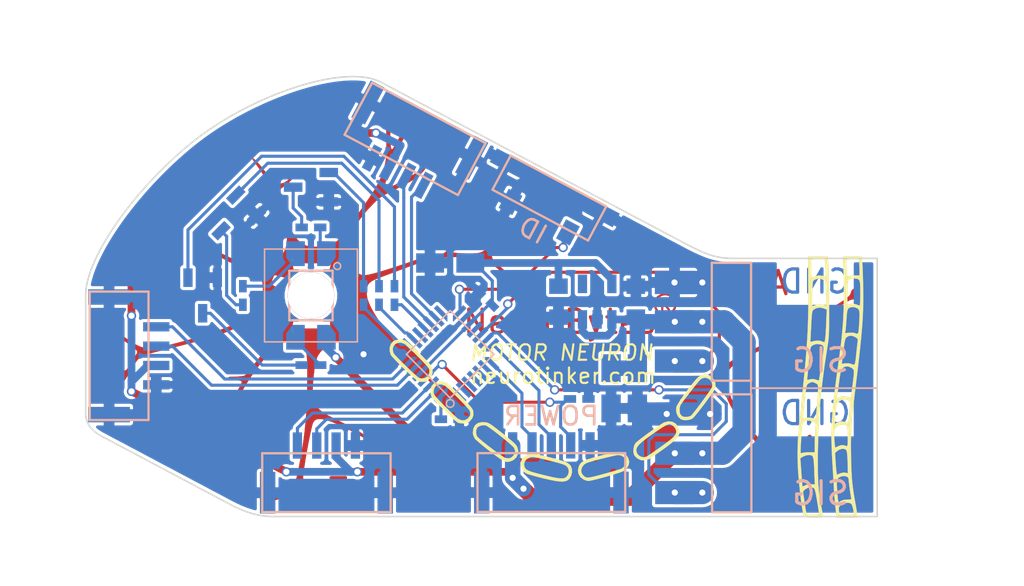
<source format=kicad_pcb>
(kicad_pcb (version 4) (host pcbnew 4.0.5-e0-6337~49~ubuntu14.04.1)
  (layers (0 F.Cu signal) (31 B.Cu signal) (34 B.Paste user) (35 F.Paste user) (36 B.SilkS user) (37 F.SilkS user) (38 B.Mask user) (39 F.Mask user) (44 Edge.Cuts user))
  (net 0 "")
  (net 1 +5V)
  (net 2 GND)
  (net 3 +3V3)
  (net 4 RESET)
  (net 5 "Net-(D1-Pad3)")
  (net 6 "Net-(D1-Pad4)")
  (net 7 "Net-(D1-Pad1)")
  (net 8 D1IN)
  (net 9 D1EX)
  (net 10 D2IN)
  (net 11 D2EX)
  (net 12 D3IN)
  (net 13 D3EX)
  (net 14 "Net-(Q1-Pad3)")
  (net 15 "Net-(Q2-Pad3)")
  (net 16 LED_R)
  (net 17 LED_B)
  (net 18 LED_G)
  (net 19 "Net-(U1-Pad24)")
  (net 20 "Net-(U1-Pad25)")
  (net 21 "Net-(U1-Pad27)")
  (net 22 "Net-(U1-Pad28)")
  (net 23 "Net-(U2-Pad4)")
  (net 24 SERVO_1)
  (net 25 SERVO_2)
  (net 26 "Net-(U1-Pad18)")
  (net 27 "Net-(R4-Pad1)")
  (net 28 "Net-(U1-Pad10)")
  (net 29 "Net-(U1-Pad14)")
  (net 30 "Net-(Q1-Pad1)")
  (net 31 "Net-(Q2-Pad1)")
  (net 32 "Net-(Q3-Pad3)")
  (net 33 "Net-(Q3-Pad1)")
  (net 34 IDENTIFY)
  (net 35 SWDIO)
  (net 36 SWCLK)
  (net 37 "Net-(U1-Pad23)")
  (net 38 "Net-(U1-Pad26)")
  (module KiCad_Footprints:ZF_CONN_JST_GH_5POS (layer B.Cu) (at 192.54 69.29 270)
    (fp_text reference P6)
    (fp_text value JST_GH_5-pos hide)
    (pad 3 smd rect (at -1.6 0 180) (size 0.6 1.7) (layers B.Cu B.Paste B.Mask) (net 35 SWDIO))
    (pad 4 smd rect (at -1.6 1.25 180) (size 0.6 1.7) (layers B.Cu B.Paste B.Mask) (net 36 SWCLK))
    (pad 2 smd rect (at -1.6 -1.25 180) (size 0.6 1.7) (layers B.Cu B.Paste B.Mask) (net 4 RESET))
    (pad 1 smd rect (at -1.6 -2.5 180) (size 0.6 1.7) (layers B.Cu B.Paste B.Mask) (net 2 GND))
    (pad "" smd rect (at 1.45 4.5 180) (size 1 2.7) (layers B.Cu B.Paste B.Mask) (net 2 GND))
    (pad "" smd rect (at 1.45 -4.5 180) (size 1 2.7) (layers B.Cu B.Paste B.Mask) (net 2 GND))
    (pad 5 smd rect (at -1.6 2.5 270) (size 1.7 0.6) (layers B.Cu B.Paste B.Mask) (net 1 +5V))
  )
  (module KiCad_Footprints:ZF_LOGO_Motor_Neuron (layer F.Cu) (at 177 57.95)
    (fp_text reference G*** hide)
    (fp_text value LOGO hide)
    (fp_poly (pts (xy 4.771909 -12.350734) (xy 4.821741 -12.247331) (xy 4.883974 -12.092838) (xy 4.950027 -11.910315) (xy 5.011321 -11.722819) (xy 5.059275 -11.553409) (xy 5.073842 -11.491) (xy 5.093394 -11.347259) (xy 5.110153 -11.126389) (xy 5.122854 -10.852852) (xy 5.130234 -10.551106) (xy 5.131577 -10.3734) (xy 5.134629 -10.014723) (xy 5.143959 -9.748179) (xy 5.160955 -9.56442) (xy 5.187001 -9.454097) (xy 5.223485 -9.407861) (xy 5.271791 -9.416364) (xy 5.273327 -9.417299) (xy 5.314279 -9.470942) (xy 5.393761 -9.598365) (xy 5.502416 -9.783738) (xy 5.63089 -10.011232) (xy 5.720003 -10.173107) (xy 5.997222 -10.645595) (xy 6.2625 -11.022448) (xy 6.519724 -11.30839) (xy 6.772784 -11.508147) (xy 6.859582 -11.557797) (xy 6.966706 -11.606692) (xy 6.993486 -11.600072) (xy 6.979193 -11.577551) (xy 6.703979 -11.207069) (xy 6.40859 -10.767767) (xy 6.109204 -10.285701) (xy 5.821998 -9.786924) (xy 5.563149 -9.297493) (xy 5.561547 -9.294306) (xy 5.437904 -9.030996) (xy 5.311304 -8.731251) (xy 5.187144 -8.411346) (xy 5.070817 -8.087558) (xy 4.967719 -7.776162) (xy 4.883244 -7.493435) (xy 4.822787 -7.255652) (xy 4.791742 -7.079089) (xy 4.794943 -6.981424) (xy 4.841834 -6.92673) (xy 4.933068 -6.917094) (xy 5.082675 -6.954374) (xy 5.304681 -7.040432) (xy 5.334 -7.052903) (xy 5.475823 -7.121491) (xy 5.686183 -7.233409) (xy 5.947291 -7.378405) (xy 6.241363 -7.546225) (xy 6.550611 -7.726618) (xy 6.857251 -7.90933) (xy 7.143495 -8.084108) (xy 7.366 -8.224239) (xy 7.493 -8.3058) (xy 7.397523 -8.1534) (xy 7.248255 -7.952146) (xy 7.051435 -7.754569) (xy 6.797826 -7.55427) (xy 6.478194 -7.344853) (xy 6.083301 -7.119917) (xy 5.603913 -6.873065) (xy 5.417817 -6.781934) (xy 5.101519 -6.627277) (xy 4.858194 -6.503125) (xy 4.668648 -6.397226) (xy 4.513687 -6.297332) (xy 4.374119 -6.191191) (xy 4.230749 -6.066554) (xy 4.086824 -5.932437) (xy 3.609387 -5.430662) (xy 3.153189 -4.855258) (xy 2.738342 -4.234188) (xy 2.384958 -3.595418) (xy 2.341071 -3.5052) (xy 2.246046 -3.293951) (xy 2.191143 -3.127199) (xy 2.165999 -2.96127) (xy 2.160254 -2.752491) (xy 2.160279 -2.7432) (xy 2.168862 -2.512066) (xy 2.19895 -2.338076) (xy 2.259818 -2.177513) (xy 2.295433 -2.106161) (xy 2.483771 -1.822026) (xy 2.720837 -1.58091) (xy 2.986371 -1.397669) (xy 3.260116 -1.287161) (xy 3.447893 -1.261006) (xy 3.610895 -1.275526) (xy 3.850795 -1.322931) (xy 4.170113 -1.403971) (xy 4.571367 -1.5194) (xy 5.057078 -1.669968) (xy 5.629765 -1.856427) (xy 6.291947 -2.079531) (xy 6.942589 -2.303948) (xy 7.267327 -2.407458) (xy 7.605776 -2.498945) (xy 7.931267 -2.572434) (xy 8.217134 -2.621947) (xy 8.436709 -2.641507) (xy 8.449203 -2.6416) (xy 8.518616 -2.650939) (xy 8.594922 -2.685947) (xy 8.690888 -2.757117) (xy 8.819281 -2.874938) (xy 8.992867 -3.0499) (xy 9.164983 -3.229766) (xy 9.430789 -3.503663) (xy 9.641975 -3.706148) (xy 9.807848 -3.844778) (xy 9.937715 -3.927109) (xy 10.040883 -3.960698) (xy 10.067385 -3.9624) (xy 10.060934 -3.929085) (xy 9.9939 -3.838742) (xy 9.877953 -3.705771) (xy 9.748401 -3.5687) (xy 9.484043 -3.292091) (xy 9.291274 -3.077464) (xy 9.165648 -2.919413) (xy 9.102721 -2.812531) (xy 9.0932 -2.771833) (xy 9.140726 -2.742331) (xy 9.270258 -2.715937) (xy 9.462225 -2.693594) (xy 9.697056 -2.676241) (xy 9.955179 -2.664821) (xy 10.217023 -2.660275) (xy 10.463018 -2.663544) (xy 10.673592 -2.675569) (xy 10.791966 -2.690125) (xy 10.954637 -2.729321) (xy 11.104338 -2.795858) (xy 11.254371 -2.900991) (xy 11.418038 -3.055976) (xy 11.608642 -3.272068) (xy 11.839487 -3.560523) (xy 11.87537 -3.6068) (xy 12.128236 -3.924) (xy 12.352465 -4.185543) (xy 12.540073 -4.382716) (xy 12.683081 -4.506807) (xy 12.723501 -4.532677) (xy 12.789664 -4.564562) (xy 12.790402 -4.540455) (xy 12.743361 -4.465268) (xy 12.684372 -4.37523) (xy 12.584117 -4.222211) (xy 12.457012 -4.028211) (xy 12.327855 -3.831081) (xy 12.081773 -3.446724) (xy 11.896557 -3.131057) (xy 11.771045 -2.872303) (xy 11.704076 -2.658683) (xy 11.694489 -2.478417) (xy 11.741122 -2.319728) (xy 11.842815 -2.170838) (xy 11.998406 -2.019967) (xy 12.138196 -1.907312) (xy 12.52434 -1.557678) (xy 12.814644 -1.176479) (xy 12.903619 -1.016) (xy 12.944466 -0.930657) (xy 12.957834 -0.885562) (xy 12.935246 -0.886469) (xy 12.868227 -0.939135) (xy 12.748302 -1.049315) (xy 12.566994 -1.222763) (xy 12.490645 -1.296413) (xy 12.179756 -1.586761) (xy 11.914235 -1.810442) (xy 11.675907 -1.980066) (xy 11.4466 -2.108246) (xy 11.20814 -2.207592) (xy 11.147279 -2.228629) (xy 10.862642 -2.311937) (xy 10.568344 -2.371634) (xy 10.241289 -2.410511) (xy 9.858382 -2.431359) (xy 9.4234 -2.43701) (xy 9.008765 -2.431538) (xy 8.640602 -2.413146) (xy 8.299544 -2.377785) (xy 7.966226 -2.321406) (xy 7.621282 -2.239959) (xy 7.245346 -2.129393) (xy 6.819053 -1.98566) (xy 6.323038 -1.804709) (xy 6.226427 -1.768464) (xy 5.880281 -1.638473) (xy 5.494392 -1.494019) (xy 5.10952 -1.350334) (xy 4.76642 -1.222646) (xy 4.675741 -1.189) (xy 4.332697 -1.058079) (xy 4.074216 -0.946695) (xy 3.88797 -0.84381) (xy 3.76163 -0.738389) (xy 3.682869 -0.619395) (xy 3.639358 -0.475793) (xy 3.618769 -0.296547) (xy 3.615505 -0.239893) (xy 3.611339 -0.032828) (xy 3.628149 0.137655) (xy 3.673582 0.314517) (xy 3.753793 0.536845) (xy 3.898278 0.853684) (xy 4.10532 1.224351) (xy 4.364296 1.632195) (xy 4.664585 2.060564) (xy 4.995565 2.492806) (xy 5.024389 2.528715) (xy 5.196084 2.740348) (xy 5.318791 2.88433) (xy 5.406782 2.972512) (xy 5.474329 3.016745) (xy 5.535705 3.028879) (xy 5.605182 3.020767) (xy 5.614814 3.018982) (xy 5.734341 3.005275) (xy 5.848382 3.016524) (xy 5.968334 3.060333) (xy 6.105599 3.144307) (xy 6.271574 3.27605) (xy 6.477659 3.463166) (xy 6.735254 3.713259) (xy 6.896746 3.874127) (xy 7.180444 4.161235) (xy 7.397347 4.390155) (xy 7.554678 4.572292) (xy 7.659665 4.719051) (xy 7.719532 4.841839) (xy 7.741505 4.952062) (xy 7.732809 5.061125) (xy 7.708519 5.155555) (xy 7.681468 5.263732) (xy 7.690586 5.344272) (xy 7.748516 5.431185) (xy 7.852349 5.542464) (xy 7.978405 5.662315) (xy 8.073865 5.718726) (xy 8.171277 5.727853) (xy 8.214844 5.722399) (xy 8.354071 5.709434) (xy 8.483348 5.722735) (xy 8.615546 5.770258) (xy 8.763536 5.859959) (xy 8.940187 5.999792) (xy 9.158368 6.197713) (xy 9.430952 6.461677) (xy 9.46466 6.494939) (xy 9.749065 6.777923) (xy 9.967811 7.002569) (xy 10.128844 7.180577) (xy 10.240107 7.323647) (xy 10.309546 7.443479) (xy 10.345104 7.551772) (xy 10.354725 7.660226) (xy 10.346355 7.78054) (xy 10.345085 7.791542) (xy 10.330724 7.944253) (xy 10.343837 8.042096) (xy 10.400682 8.123559) (xy 10.517515 8.227132) (xy 10.535373 8.242068) (xy 10.667581 8.346559) (xy 10.759726 8.393924) (xy 10.846537 8.395801) (xy 10.929632 8.374174) (xy 11.059322 8.3474) (xy 11.190966 8.352832) (xy 11.337271 8.396689) (xy 11.510944 8.485193) (xy 11.724693 8.624565) (xy 11.991226 8.821025) (xy 12.2428 9.016995) (xy 12.554971 9.265099) (xy 12.795829 9.461587) (xy 12.974575 9.616808) (xy 13.100411 9.741113) (xy 13.182537 9.844852) (xy 13.230157 9.938375) (xy 13.252471 10.032033) (xy 13.25868 10.136175) (xy 13.2588 10.159827) (xy 13.263192 10.309121) (xy 13.291719 10.39836) (xy 13.367399 10.463718) (xy 13.496049 10.532626) (xy 13.733298 10.653199) (xy 13.909537 10.533599) (xy 14.009578 10.475184) (xy 14.116734 10.438081) (xy 14.245393 10.423311) (xy 14.409944 10.431897) (xy 14.624776 10.464861) (xy 14.904278 10.523225) (xy 15.262838 10.608011) (xy 15.38718 10.638556) (xy 15.766425 10.734231) (xy 16.059255 10.813976) (xy 16.278602 10.883143) (xy 16.437399 10.947081) (xy 16.548577 11.01114) (xy 16.625068 11.080673) (xy 16.679805 11.161028) (xy 16.688244 11.176859) (xy 16.760467 11.281167) (xy 16.857955 11.322545) (xy 16.955804 11.327706) (xy 17.166034 11.314159) (xy 17.305436 11.266699) (xy 17.402614 11.172285) (xy 17.443149 11.105552) (xy 17.546545 10.966085) (xy 17.673895 10.856599) (xy 17.678656 10.853729) (xy 17.779251 10.811018) (xy 17.959175 10.750634) (xy 18.19878 10.677829) (xy 18.478415 10.597855) (xy 18.77843 10.515966) (xy 19.079176 10.437413) (xy 19.361003 10.36745) (xy 19.60426 10.31133) (xy 19.7893 10.274304) (xy 19.893776 10.2616) (xy 20.050384 10.293857) (xy 20.181461 10.3632) (xy 20.271315 10.428757) (xy 20.34661 10.456) (xy 20.438489 10.444495) (xy 20.578095 10.393811) (xy 20.668825 10.356427) (xy 20.820385 10.287052) (xy 20.898683 10.226398) (xy 20.926955 10.151386) (xy 20.9296 10.097404) (xy 20.939784 9.963185) (xy 20.977013 9.840558) (xy 21.051304 9.718347) (xy 21.172673 9.585376) (xy 21.351134 9.43047) (xy 21.596705 9.242453) (xy 21.877238 9.04005) (xy 22.199653 8.812311) (xy 22.452792 8.637696) (xy 22.649352 8.509306) (xy 22.802028 8.420243) (xy 22.92352 8.363605) (xy 23.026523 8.332495) (xy 23.123734 8.320012) (xy 23.20459 8.318781) (xy 23.329964 8.314621) (xy 23.416358 8.284053) (xy 23.494846 8.206982) (xy 23.594065 8.066937) (xy 23.691241 7.912012) (xy 23.738337 7.792595) (xy 23.747661 7.66401) (xy 23.738214 7.543726) (xy 23.737174 7.291327) (xy 23.78406 7.130324) (xy 23.855949 7.011512) (xy 23.976027 6.83814) (xy 24.131875 6.625924) (xy 24.311069 6.39058) (xy 24.501188 6.147822) (xy 24.68981 5.913366) (xy 24.864513 5.702927) (xy 25.012876 5.53222) (xy 25.122477 5.416961) (xy 25.169322 5.377783) (xy 25.325536 5.314895) (xy 25.506315 5.284027) (xy 25.531003 5.283389) (xy 25.650915 5.272429) (xy 25.767746 5.231259) (xy 25.907982 5.147087) (xy 26.089803 5.0135) (xy 26.730204 4.560187) (xy 27.445756 4.122253) (xy 28.210013 3.71576) (xy 28.2956 3.67381) (xy 28.857988 3.399982) (xy 29.338177 3.164903) (xy 29.745679 2.963607) (xy 30.090008 2.791126) (xy 30.380678 2.642494) (xy 30.627202 2.512744) (xy 30.839095 2.396908) (xy 31.025869 2.29002) (xy 31.197038 2.187112) (xy 31.362116 2.083219) (xy 31.4452 2.029444) (xy 31.740502 1.845533) (xy 32.076467 1.650072) (xy 32.41196 1.466285) (xy 32.705848 1.317398) (xy 32.708529 1.316121) (xy 33.236893 1.056065) (xy 33.701828 0.809877) (xy 34.098227 0.580911) (xy 34.42098 0.372524) (xy 34.664982 0.188071) (xy 34.825123 0.030908) (xy 34.896297 -0.095608) (xy 34.8996 -0.123444) (xy 34.935942 -0.241951) (xy 35.022157 -0.349148) (xy 35.124026 -0.404918) (xy 35.14096 -0.4064) (xy 35.198191 -0.361013) (xy 35.247994 -0.246486) (xy 35.281761 -0.095273) (xy 35.290882 0.060172) (xy 35.28333 0.130311) (xy 35.252239 0.245528) (xy 35.194277 0.294307) (xy 35.073592 0.304775) (xy 35.060931 0.3048) (xy 34.948795 0.319134) (xy 34.815871 0.368175) (xy 34.642885 0.460977) (xy 34.410562 0.606594) (xy 34.390132 0.619947) (xy 34.149865 0.772219) (xy 33.895456 0.925129) (xy 33.664619 1.056351) (xy 33.5534 1.115247) (xy 33.355308 1.224232) (xy 33.24118 1.310237) (xy 33.198764 1.382918) (xy 33.1978 1.395499) (xy 33.232686 1.500327) (xy 33.342003 1.569949) (xy 33.532738 1.606425) (xy 33.811876 1.611813) (xy 33.917272 1.607502) (xy 34.285001 1.568372) (xy 34.577168 1.494393) (xy 34.786352 1.388256) (xy 34.905132 1.252652) (xy 34.907043 1.24855) (xy 35.003578 1.120904) (xy 35.124616 1.084633) (xy 35.252264 1.144063) (xy 35.270144 1.160766) (xy 35.337352 1.283055) (xy 35.376195 1.463626) (xy 35.385672 1.6662) (xy 35.364779 1.854498) (xy 35.312513 1.992242) (xy 35.293767 2.015192) (xy 35.235536 2.063217) (xy 35.181225 2.061863) (xy 35.102214 2.002204) (xy 35.028843 1.932574) (xy 34.852352 1.761512) (xy 33.694876 1.771639) (xy 33.273581 1.777252) (xy 32.941795 1.78636) (xy 32.687461 1.799708) (xy 32.498525 1.818044) (xy 32.362931 1.842113) (xy 32.3088 1.857373) (xy 32.159624 1.920704) (xy 31.983116 2.01576) (xy 31.804491 2.126251) (xy 31.648962 2.235885) (xy 31.541744 2.32837) (xy 31.508941 2.374174) (xy 31.519047 2.432083) (xy 31.596332 2.482028) (xy 31.748679 2.526044) (xy 31.983972 2.566171) (xy 32.310093 2.604446) (xy 32.453703 2.618392) (xy 32.743012 2.649051) (xy 33.019087 2.684984) (xy 33.25506 2.722246) (xy 33.424066 2.75689) (xy 33.455562 2.765534) (xy 33.655153 2.844952) (xy 33.886003 2.965257) (xy 34.114682 3.106197) (xy 34.307755 3.247518) (xy 34.412173 3.345035) (xy 34.524929 3.436176) (xy 34.640034 3.439087) (xy 34.782247 3.354283) (xy 34.784138 3.3528) (xy 34.940278 3.264688) (xy 35.063329 3.268998) (xy 35.148079 3.365294) (xy 35.155711 3.383753) (xy 35.17778 3.538979) (xy 35.149082 3.713769) (xy 35.082032 3.87887) (xy 34.989043 4.005029) (xy 34.882529 4.062992) (xy 34.867047 4.064) (xy 34.801455 4.024729) (xy 34.711083 3.924936) (xy 34.663255 3.858208) (xy 34.56089 3.735208) (xy 34.402307 3.580325) (xy 34.214862 3.41945) (xy 34.128426 3.35203) (xy 33.925825 3.20673) (xy 33.736841 3.091902) (xy 33.544325 3.002854) (xy 33.331131 2.934892) (xy 33.08011 2.883324) (xy 32.774115 2.843456) (xy 32.395999 2.810595) (xy 32.070061 2.788676) (xy 31.764471 2.769281) (xy 31.512993 2.75567) (xy 31.300864 2.751532) (xy 31.113325 2.760559) (xy 30.935614 2.78644) (xy 30.752972 2.832867) (xy 30.550637 2.90353) (xy 30.313848 3.002119) (xy 30.027846 3.132326) (xy 29.677869 3.29784) (xy 29.2862 3.484706) (xy 28.76498 3.735582) (xy 28.328912 3.952177) (xy 27.969778 4.140273) (xy 27.679362 4.305652) (xy 27.449447 4.454097) (xy 27.271816 4.591391) (xy 27.138254 4.723315) (xy 27.040543 4.855652) (xy 26.970467 4.994184) (xy 26.91981 5.144694) (xy 26.917994 5.151329) (xy 26.876072 5.481099) (xy 26.911254 5.86334) (xy 27.020321 6.288309) (xy 27.200053 6.746263) (xy 27.447229 7.227458) (xy 27.758631 7.722151) (xy 27.775784 7.747) (xy 28.024686 8.097683) (xy 28.281892 8.444981) (xy 28.539165 8.779072) (xy 28.788269 9.090134) (xy 29.020967 9.368348) (xy 29.229022 9.60389) (xy 29.404198 9.78694) (xy 29.538258 9.907677) (xy 29.622965 9.956279) (xy 29.62903 9.9568) (xy 29.716232 9.941689) (xy 29.877334 9.900471) (xy 30.089901 9.839316) (xy 30.331495 9.764394) (xy 30.348549 9.758911) (xy 30.63801 9.673035) (xy 30.946449 9.593691) (xy 31.232997 9.530799) (xy 31.4198 9.49889) (xy 31.670811 9.460392) (xy 31.840624 9.419882) (xy 31.94939 9.368201) (xy 32.017259 9.296195) (xy 32.059329 9.208285) (xy 32.138561 9.091074) (xy 32.242994 9.053413) (xy 32.329532 9.089326) (xy 32.394396 9.193375) (xy 32.43605 9.354066) (xy 32.445937 9.5275) (xy 32.432946 9.619882) (xy 32.36819 9.743877) (xy 32.2617 9.775879) (xy 32.122612 9.718033) (xy 32.02304 9.671211) (xy 31.893791 9.649234) (xy 31.718639 9.652645) (xy 31.481361 9.681986) (xy 31.165732 9.737802) (xy 31.089628 9.752612) (xy 30.673382 9.845492) (xy 30.356223 9.941682) (xy 30.135651 10.043065) (xy 30.009163 10.151523) (xy 29.974257 10.268938) (xy 30.028431 10.397191) (xy 30.11145 10.488394) (xy 30.272493 10.609457) (xy 30.51056 10.750691) (xy 30.80581 10.901612) (xy 31.138399 11.051738) (xy 31.315078 11.124253) (xy 31.540726 11.207658) (xy 31.718154 11.253893) (xy 31.89011 11.27103) (xy 32.077078 11.268179) (xy 32.4358 11.2522) (xy 32.451264 11.493044) (xy 32.451212 11.657936) (xy 32.415335 11.768756) (xy 32.339273 11.861344) (xy 32.177972 11.966113) (xy 32.058076 11.9888) (xy 31.96582 11.980364) (xy 31.9091 11.940015) (xy 31.87306 11.84519) (xy 31.842844 11.673325) (xy 31.840677 11.6586) (xy 31.830912 11.62053) (xy 31.806298 11.583191) (xy 31.756087 11.540557) (xy 31.669531 11.486601) (xy 31.535883 11.415298) (xy 31.344394 11.320621) (xy 31.084319 11.196545) (xy 30.744907 11.037045) (xy 30.66717 11.000649) (xy 30.328833 10.837836) (xy 30.037147 10.684477) (xy 29.780426 10.529908) (xy 29.54698 10.363463) (xy 29.325124 10.174476) (xy 29.103171 9.952284) (xy 28.869432 9.686221) (xy 28.612222 9.365621) (xy 28.319851 8.97982) (xy 28.048062 8.6106) (xy 27.674548 8.082448) (xy 27.367811 7.609527) (xy 27.12048 7.177612) (xy 26.925179 6.772478) (xy 26.774535 6.379899) (xy 26.661175 5.985651) (xy 26.639688 5.893633) (xy 26.586427 5.661538) (xy 26.53929 5.466253) (xy 26.503535 5.328922) (xy 26.484866 5.271333) (xy 26.406382 5.233974) (xy 26.26974 5.271995) (xy 26.137326 5.3467) (xy 26.035315 5.418981) (xy 25.987183 5.486488) (xy 25.978744 5.586183) (xy 25.992271 5.724619) (xy 26.001023 5.835859) (xy 25.99497 5.938415) (xy 25.967324 6.044705) (xy 25.911301 6.167149) (xy 25.820114 6.318167) (xy 25.686979 6.510175) (xy 25.505109 6.755595) (xy 25.267718 7.066844) (xy 25.237105 7.1067) (xy 25.007621 7.401948) (xy 24.82597 7.624617) (xy 24.680539 7.784518) (xy 24.559714 7.891466) (xy 24.451882 7.955273) (xy 24.345427 7.985753) (xy 24.228738 7.992719) (xy 24.189742 7.99168) (xy 24.056577 7.991072) (xy 23.966316 8.014566) (xy 23.887213 8.080699) (xy 23.787521 8.208004) (xy 23.76385 8.240339) (xy 23.657803 8.397972) (xy 23.612595 8.503674) (xy 23.619404 8.57947) (xy 23.62415 8.589218) (xy 23.669107 8.762853) (xy 23.654756 8.968419) (xy 23.584877 9.158211) (xy 23.578174 9.1694) (xy 23.508163 9.245062) (xy 23.369621 9.365713) (xy 23.178356 9.519691) (xy 22.950176 9.695334) (xy 22.700889 9.880978) (xy 22.446303 10.064961) (xy 22.202226 10.23562) (xy 21.984466 10.381293) (xy 21.808832 10.490318) (xy 21.72791 10.534451) (xy 21.605842 10.590068) (xy 21.512586 10.608265) (xy 21.404881 10.590029) (xy 21.264924 10.54501) (xy 21.118414 10.498143) (xy 21.014534 10.482853) (xy 20.912395 10.502071) (xy 20.77111 10.558727) (xy 20.712368 10.584617) (xy 20.551386 10.660869) (xy 20.463771 10.722483) (xy 20.427799 10.790599) (xy 20.4216 10.867603) (xy 20.376448 11.039487) (xy 20.280061 11.180406) (xy 20.221529 11.237768) (xy 20.147777 11.288753) (xy 20.044307 11.338904) (xy 19.896623 11.393764) (xy 19.690228 11.458877) (xy 19.410625 11.539786) (xy 19.149761 11.612618) (xy 18.735453 11.724561) (xy 18.405205 11.805932) (xy 18.146469 11.857621) (xy 17.946696 11.880517) (xy 17.793341 11.875508) (xy 17.673856 11.843484) (xy 17.575693 11.785335) (xy 17.51204 11.728655) (xy 17.414797 11.6395) (xy 17.328427 11.595672) (xy 17.214287 11.585953) (xy 17.058181 11.59689) (xy 16.870401 11.623271) (xy 16.743693 11.671476) (xy 16.637663 11.758147) (xy 16.618769 11.777924) (xy 16.425837 11.927382) (xy 16.203118 11.985091) (xy 16.039962 11.977556) (xy 15.891923 11.951356) (xy 15.678773 11.905592) (xy 15.419911 11.845255) (xy 15.134734 11.775337) (xy 14.84264 11.700828) (xy 14.563027 11.626721) (xy 14.315294 11.558007) (xy 14.118838 11.499675) (xy 13.993057 11.456719) (xy 13.964185 11.443445) (xy 13.814465 11.312578) (xy 13.705969 11.137903) (xy 13.665079 10.964961) (xy 13.64309 10.883723) (xy 13.564971 10.805868) (xy 13.412229 10.713904) (xy 13.383711 10.698842) (xy 13.218197 10.618336) (xy 13.10791 10.584938) (xy 13.021914 10.591916) (xy 12.975042 10.609942) (xy 12.770869 10.661929) (xy 12.55686 10.652584) (xy 12.42996 10.609629) (xy 12.32981 10.545706) (xy 12.169197 10.430403) (xy 11.964573 10.276735) (xy 11.732393 10.097719) (xy 11.489111 9.906371) (xy 11.25118 9.715707) (xy 11.035054 9.538743) (xy 10.857189 9.388494) (xy 10.734036 9.277977) (xy 10.692346 9.235083) (xy 10.606365 9.114396) (xy 10.573241 8.996929) (xy 10.578592 8.831785) (xy 10.586423 8.68992) (xy 10.565357 8.590611) (xy 10.499275 8.495393) (xy 10.391182 8.384534) (xy 10.266202 8.268151) (xy 10.173363 8.210561) (xy 10.074942 8.196785) (xy 9.950286 8.209488) (xy 9.728855 8.213488) (xy 9.562765 8.159794) (xy 9.469801 8.094475) (xy 9.322032 7.97066) (xy 9.133879 7.802305) (xy 8.919761 7.603368) (xy 8.6941 7.387807) (xy 8.471316 7.169578) (xy 8.265829 6.962641) (xy 8.092058 6.780951) (xy 7.964425 6.638467) (xy 7.89735 6.549146) (xy 7.895894 6.546422) (xy 7.833759 6.345287) (xy 7.833127 6.132433) (xy 7.879358 5.984387) (xy 7.90138 5.916331) (xy 7.879351 5.845441) (xy 7.801039 5.747589) (xy 7.713664 5.657601) (xy 7.587129 5.536223) (xy 7.499805 5.475739) (xy 7.421415 5.462921) (xy 7.321682 5.484542) (xy 7.319182 5.485257) (xy 7.202993 5.505415) (xy 7.084554 5.493388) (xy 6.953703 5.44234) (xy 6.800276 5.345433) (xy 6.614113 5.195832) (xy 6.38505 4.986699) (xy 6.102927 4.711199) (xy 5.969 4.576908) (xy 5.207 3.808727) (xy 5.207 3.252784) (xy 4.9784 3.154775) (xy 4.529921 3.002333) (xy 3.989256 2.890144) (xy 3.626013 2.842687) (xy 3.089041 2.814895) (xy 2.569402 2.844272) (xy 2.078092 2.926577) (xy 1.626109 3.05757) (xy 1.22445 3.23301) (xy 0.884111 3.448658) (xy 0.616091 3.700274) (xy 0.431386 3.983617) (xy 0.387878 4.091187) (xy 0.307965 4.38476) (xy 0.23805 4.762568) (xy 0.180567 5.20753) (xy 0.137949 5.702562) (xy 0.123947 5.9436) (xy 0.110583 6.299363) (xy 0.113891 6.574113) (xy 0.139158 6.7878) (xy 0.191671 6.960371) (xy 0.27672 7.111774) (xy 0.399591 7.261958) (xy 0.501396 7.367524) (xy 0.610717 7.471131) (xy 0.725678 7.564935) (xy 0.861414 7.658045) (xy 1.033063 7.759575) (xy 1.255759 7.878633) (xy 1.544639 8.024333) (xy 1.805175 8.152344) (xy 2.125089 8.311039) (xy 2.435858 8.469791) (xy 2.718092 8.618348) (xy 2.9524 8.74646) (xy 3.119392 8.843878) (xy 3.149456 8.862956) (xy 3.326757 8.985402) (xy 3.509038 9.122388) (xy 3.679288 9.259609) (xy 3.820495 9.382758) (xy 3.915649 9.477531) (xy 3.947739 9.529623) (xy 3.946067 9.532866) (xy 3.897046 9.51661) (xy 3.778694 9.457081) (xy 3.608597 9.363619) (xy 3.404341 9.245563) (xy 3.39776 9.241674) (xy 2.945869 8.984074) (xy 2.488605 8.741063) (xy 2.0469 8.522883) (xy 1.641685 8.339775) (xy 1.293891 8.201978) (xy 1.220937 8.176669) (xy 0.873086 8.075177) (xy 0.600375 8.032197) (xy 0.393651 8.049521) (xy 0.243762 8.128938) (xy 0.141553 8.272241) (xy 0.097407 8.396559) (xy 0.034941 8.647621) (xy -0.034954 8.962529) (xy -0.109299 9.324338) (xy -0.185111 9.716102) (xy -0.259411 10.120876) (xy -0.329217 10.521715) (xy -0.39155 10.901673) (xy -0.443427 11.243805) (xy -0.481869 11.531166) (xy -0.503895 11.74681) (xy -0.508 11.838282) (xy -0.497886 11.965843) (xy -0.461895 12.091167) (xy -0.391555 12.226131) (xy -0.278395 12.382611) (xy -0.113942 12.57248) (xy 0.110274 12.807616) (xy 0.366501 13.06413) (xy 0.599102 13.299645) (xy 0.754112 13.46969) (xy 0.831573 13.574336) (xy 0.831528 13.613656) (xy 0.754017 13.587719) (xy 0.635 13.51925) (xy 0.53344 13.44501) (xy 0.381625 13.320723) (xy 0.203147 13.166117) (xy 0.080874 13.055833) (xy -0.226689 12.795389) (xy -0.488485 12.621506) (xy -0.708385 12.532098) (xy -0.890261 12.525077) (xy -0.899668 12.527141) (xy -1.018248 12.577886) (xy -1.17071 12.672482) (xy -1.27 12.747151) (xy -1.43396 12.874019) (xy -1.599662 12.991367) (xy -1.6764 13.040566) (xy -1.800916 13.10176) (xy -1.980054 13.173995) (xy -2.182662 13.246563) (xy -2.377587 13.308752) (xy -2.533678 13.349854) (xy -2.606728 13.3604) (xy -2.591522 13.336134) (xy -2.504966 13.270883) (xy -2.362812 13.175965) (xy -2.258477 13.110159) (xy -1.906181 12.877335) (xy -1.584418 12.636376) (xy -1.313372 12.403497) (xy -1.113224 12.194918) (xy -1.101419 12.18044) (xy -1.04173 12.096828) (xy -0.99146 11.999137) (xy -0.945258 11.869955) (xy -0.897773 11.691873) (xy -0.843652 11.447481) (xy -0.781634 11.140148) (xy -0.635704 10.362089) (xy -0.516727 9.63804) (xy -0.422414 8.944264) (xy -0.350478 8.257026) (xy -0.298634 7.552592) (xy -0.264593 6.807226) (xy -0.246068 5.997193) (xy -0.24178 5.5372) (xy -0.239765 5.052195) (xy -0.240629 4.657464) (xy -0.246038 4.341689) (xy -0.257656 4.093551) (xy -0.277151 3.90173) (xy -0.306187 3.754909) (xy -0.346431 3.641769) (xy -0.399547 3.550991) (xy -0.467203 3.471256) (xy -0.551064 3.391245) (xy -0.558607 3.384418) (xy -0.825603 3.203734) (xy -1.134273 3.093165) (xy -1.457613 3.057159) (xy -1.76862 3.100162) (xy -1.925106 3.159332) (xy -2.166042 3.310632) (xy -2.440612 3.542669) (xy -2.740011 3.843869) (xy -3.055433 4.202657) (xy -3.378073 4.607459) (xy -3.699123 5.046699) (xy -4.009781 5.508805) (xy -4.301238 5.9822) (xy -4.564691 6.455312) (xy -4.791332 6.916564) (xy -4.802796 6.941894) (xy -4.895769 7.145027) (xy -4.975052 7.31214) (xy -5.030558 7.422326) (xy -5.050146 7.454678) (xy -5.067728 7.42802) (xy -5.078455 7.32647) (xy -5.08 7.255419) (xy -5.042665 6.964864) (xy -4.933421 6.618755) (xy -4.756417 6.228906) (xy -4.65175 6.035257) (xy -4.539831 5.826411) (xy -4.482758 5.689235) (xy -4.476411 5.61266) (xy -4.488059 5.595763) (xy -4.566864 5.56544) (xy -4.712833 5.534159) (xy -4.864721 5.512398) (xy -5.050858 5.48002) (xy -5.207998 5.43303) (xy -5.286043 5.39244) (xy -5.327579 5.353646) (xy -5.327165 5.328543) (xy -5.270203 5.31355) (xy -5.142096 5.305091) (xy -4.928246 5.299588) (xy -4.905392 5.299136) (xy -4.664838 5.287525) (xy -4.457616 5.264752) (xy -4.312871 5.234386) (xy -4.283007 5.222936) (xy -4.201288 5.15636) (xy -4.076649 5.020877) (xy -3.922419 4.832185) (xy -3.75193 4.605986) (xy -3.711381 4.549691) (xy -3.501176 4.26931) (xy -3.253438 3.96042) (xy -2.999817 3.661448) (xy -2.782144 3.421495) (xy -2.585058 3.212291) (xy -2.448279 3.059514) (xy -2.360895 2.947133) (xy -2.311995 2.859115) (xy -2.290667 2.779426) (xy -2.286 2.69248) (xy -2.302593 2.538176) (xy -2.35738 2.365337) (xy -2.457877 2.157405) (xy -2.611598 1.897822) (xy -2.729943 1.714279) (xy -2.883061 1.502581) (xy -3.014413 1.377556) (xy -3.140644 1.331817) (xy -3.2784 1.357978) (xy -3.396345 1.418558) (xy -3.503103 1.478116) (xy -3.681613 1.572474) (xy -3.912459 1.691588) (xy -4.176225 1.825415) (xy -4.38135 1.928092) (xy -4.687674 2.077615) (xy -4.980636 2.213493) (xy -5.270584 2.339066) (xy -5.567864 2.457672) (xy -5.882822 2.572647) (xy -6.225807 2.68733) (xy -6.607163 2.80506) (xy -7.037239 2.929174) (xy -7.526381 3.06301) (xy -8.084936 3.209906) (xy -8.723251 3.3732) (xy -9.3472 3.530123) (xy -9.806452 3.64505) (xy -10.179305 3.740988) (xy -10.477664 3.824616) (xy -10.713437 3.902612) (xy -10.898528 3.981656) (xy -11.044843 4.068425) (xy -11.164288 4.169598) (xy -11.268769 4.291854) (xy -11.370191 4.441871) (xy -11.480461 4.626327) (xy -11.566783 4.7752) (xy -11.815696 5.192688) (xy -12.031242 5.530791) (xy -12.210997 5.786002) (xy -12.352535 5.954814) (xy -12.427564 6.019691) (xy -12.522703 6.074078) (xy -12.572563 6.087586) (xy -12.572806 6.087359) (xy -12.556817 6.039037) (xy -12.499603 5.926432) (xy -12.412754 5.772058) (xy -12.394177 5.7404) (xy -12.27044 5.523687) (xy -12.20273 5.373013) (xy -12.192283 5.268858) (xy -12.240336 5.191701) (xy -12.348123 5.122021) (xy -12.436087 5.078489) (xy -12.65252 4.957457) (xy -12.772158 4.845923) (xy -12.800823 4.764305) (xy -12.759771 4.761473) (xy -12.653863 4.793842) (xy -12.568789 4.827805) (xy -12.307197 4.916864) (xy -12.102259 4.929303) (xy -11.940205 4.861739) (xy -11.807267 4.710786) (xy -11.76064 4.62916) (xy -11.666049 4.460512) (xy -11.541946 4.256998) (xy -11.432959 4.0894) (xy -11.331177 3.928262) (xy -11.257541 3.791818) (xy -11.227089 3.708111) (xy -11.226962 3.705204) (xy -11.260458 3.617714) (xy -11.365183 3.501911) (xy -11.547037 3.352563) (xy -11.811918 3.164435) (xy -11.9126 3.096899) (xy -12.12204 2.955608) (xy -12.328448 2.812499) (xy -12.497073 2.691787) (xy -12.542206 2.658198) (xy -12.692997 2.558485) (xy -12.836949 2.505104) (xy -13.003571 2.49407) (xy -13.222371 2.521399) (xy -13.359058 2.547894) (xy -13.600321 2.579967) (xy -13.777695 2.56037) (xy -13.793916 2.555212) (xy -13.872908 2.525545) (xy -13.887489 2.503769) (xy -13.826407 2.480809) (xy -13.678411 2.447591) (xy -13.654087 2.442445) (xy -13.393984 2.368549) (xy -13.234057 2.278086) (xy -13.174354 2.171255) (xy -13.214919 2.048253) (xy -13.355797 1.909281) (xy -13.509207 1.805582) (xy -13.669429 1.703028) (xy -13.798895 1.610728) (xy -13.866313 1.551915) (xy -13.894977 1.505241) (xy -13.855055 1.501077) (xy -13.77256 1.522348) (xy -13.495493 1.635559) (xy -13.180075 1.823452) (xy -12.843218 2.075453) (xy -12.717082 2.182343) (xy -12.350177 2.496844) (xy -12.038956 2.748473) (xy -11.768963 2.947862) (xy -11.525742 3.105645) (xy -11.294836 3.232452) (xy -11.2776 3.241016) (xy -11.09115 3.329794) (xy -10.946299 3.384832) (xy -10.806757 3.413858) (xy -10.636235 3.424599) (xy -10.414 3.424919) (xy -9.98734 3.398679) (xy -9.523969 3.323953) (xy -9.329899 3.281638) (xy -8.682886 3.123906) (xy -8.022519 2.948053) (xy -7.367133 2.759773) (xy -6.735058 2.564762) (xy -6.144627 2.368715) (xy -5.614173 2.177325) (xy -5.162027 1.996287) (xy -5.086056 1.963342) (xy -4.783352 1.823409) (xy -4.469307 1.666544) (xy -4.162323 1.503071) (xy -3.880804 1.343314) (xy -3.643152 1.197597) (xy -3.467769 1.076245) (xy -3.39535 1.014799) (xy -3.279461 0.844442) (xy -2.589792 0.844442) (xy -2.571082 0.926473) (xy -2.523216 1.052207) (xy -2.46121 1.189136) (xy -2.400081 1.304754) (xy -2.354844 1.366554) (xy -2.347123 1.36979) (xy -2.282249 1.357787) (xy -2.149586 1.328406) (xy -2.0066 1.294848) (xy -1.7018 1.221715) (xy -1.425312 1.497498) (xy -1.148823 1.773281) (xy -1.215415 2.108304) (xy -1.244172 2.282688) (xy -1.255217 2.416078) (xy -1.246387 2.478963) (xy -1.183144 2.516131) (xy -1.063352 2.572338) (xy -0.925607 2.630977) (xy -0.808501 2.675445) (xy -0.756894 2.689561) (xy -0.716011 2.651527) (xy -0.641199 2.550017) (xy -0.568492 2.4384) (xy -0.410597 2.1844) (xy 0.461396 2.1844) (xy 0.619291 2.4384) (xy 0.706855 2.573987) (xy 0.772642 2.666141) (xy 0.798275 2.6924) (xy 0.852765 2.673968) (xy 0.970759 2.626503) (xy 1.075346 2.582279) (xy 1.221359 2.51602) (xy 1.293746 2.462744) (xy 1.312567 2.396128) (xy 1.297946 2.290179) (xy 1.255763 2.056516) (xy 1.235494 1.897187) (xy 1.242753 1.786244) (xy 1.283155 1.697738) (xy 1.362316 1.60572) (xy 1.468706 1.501027) (xy 1.726148 1.249455) (xy 2.021832 1.310527) (xy 2.189795 1.343443) (xy 2.319406 1.365616) (xy 2.371702 1.3716) (xy 2.413379 1.329971) (xy 2.477409 1.226397) (xy 2.547382 1.092848) (xy 2.606885 0.961293) (xy 2.639508 0.863701) (xy 2.6416 0.845839) (xy 2.601965 0.808444) (xy 2.499227 0.736402) (xy 2.3876 0.665226) (xy 2.1336 0.508939) (xy 2.1336 -0.35654) (xy 2.389306 -0.513878) (xy 2.523306 -0.59966) (xy 2.59555 -0.67012) (xy 2.61196 -0.752921) (xy 2.578456 -0.875728) (xy 2.50531 -1.055797) (xy 2.448413 -1.170132) (xy 2.383709 -1.211268) (xy 2.271291 -1.2024) (xy 2.25736 -1.199922) (xy 2.031618 -1.15897) (xy 1.879897 -1.13843) (xy 1.775598 -1.144632) (xy 1.692124 -1.183906) (xy 1.602875 -1.262581) (xy 1.484281 -1.383902) (xy 1.215963 -1.657472) (xy 1.29173 -1.982255) (xy 1.328754 -2.148828) (xy 1.352137 -2.269646) (xy 1.356848 -2.317666) (xy 1.303161 -2.344674) (xy 1.190485 -2.39077) (xy 1.050897 -2.443985) (xy 0.916475 -2.492351) (xy 0.819297 -2.523899) (xy 0.790008 -2.529163) (xy 0.760278 -2.481531) (xy 0.693643 -2.373945) (xy 0.631512 -2.273391) (xy 0.4826 -2.032182) (xy -0.385402 -2.032) (xy -0.535601 -2.284992) (xy -0.626365 -2.422044) (xy -0.705455 -2.51433) (xy -0.745089 -2.538992) (xy -0.831461 -2.520485) (xy -0.959504 -2.473048) (xy -1.096501 -2.411597) (xy -1.209738 -2.351047) (xy -1.266498 -2.306314) (xy -1.268191 -2.300506) (xy -1.256206 -2.233198) (xy -1.226907 -2.098768) (xy -1.194112 -1.957913) (xy -1.158085 -1.799399) (xy -1.136475 -1.689038) (xy -1.133599 -1.653113) (xy -1.173159 -1.619699) (xy -1.267358 -1.533083) (xy -1.397569 -1.410452) (xy -1.428598 -1.38092) (xy -1.711842 -1.110839) (xy -2.029941 -1.193267) (xy -2.195239 -1.233132) (xy -2.316113 -1.256696) (xy -2.364628 -1.259107) (xy -2.405817 -1.189784) (xy -2.459338 -1.066476) (xy -2.512518 -0.923776) (xy -2.552681 -0.796282) (xy -2.567155 -0.718589) (xy -2.565373 -0.711156) (xy -2.510669 -0.662254) (xy -2.398412 -0.582125) (xy -2.311302 -0.525246) (xy -2.082982 -0.381) (xy -2.082891 0.053) (xy -2.0828 0.487001) (xy -2.335792 0.6372) (xy -2.472795 0.727568) (xy -2.565079 0.80571) (xy -2.589792 0.844442) (xy -3.279461 0.844442) (xy -3.254911 0.808355) (xy -3.159308 0.512513) (xy -3.108353 0.126511) (xy -3.099084 -0.174321) (xy -3.10713 -0.516279) (xy -3.137936 -0.792131) (xy -3.202138 -1.014437) (xy -3.310367 -1.195755) (xy -3.473258 -1.348644) (xy -3.701445 -1.485663) (xy -4.00556 -1.61937) (xy -4.396239 -1.762324) (xy -4.463232 -1.785433) (xy -4.740537 -1.887109) (xy -5.027069 -2.003059) (xy -5.284268 -2.117149) (xy -5.4356 -2.192262) (xy -5.705759 -2.344118) (xy -5.978033 -2.510033) (xy -6.239702 -2.680772) (xy -6.478046 -2.847102) (xy -6.680344 -2.999791) (xy -6.833875 -3.129605) (xy -6.92592 -3.227311) (xy -6.943758 -3.283675) (xy -6.94202 -3.285715) (xy -6.889541 -3.272885) (xy -6.768334 -3.216235) (xy -6.596402 -3.12486) (xy -6.391747 -3.007854) (xy -6.389998 -3.006823) (xy -5.787607 -2.671587) (xy -5.219597 -2.395832) (xy -4.699334 -2.185774) (xy -4.445 -2.102455) (xy -4.216271 -2.039962) (xy -4.010637 -1.999058) (xy -3.792915 -1.975193) (xy -3.527921 -1.963821) (xy -3.3528 -1.961273) (xy -3.083158 -1.960369) (xy -2.889939 -1.965601) (xy -2.747995 -1.980705) (xy -2.632176 -2.009419) (xy -2.517334 -2.055479) (xy -2.426267 -2.09896) (xy -2.10968 -2.310558) (xy -1.846162 -2.606801) (xy -1.665431 -2.925047) (xy -1.570513 -3.244992) (xy -1.547534 -3.626433) (xy -1.59629 -4.05933) (xy -1.697023 -4.4704) (xy -1.93326 -5.217704) (xy -2.168504 -5.880383) (xy -2.410656 -6.47502) (xy -2.667621 -7.018201) (xy -2.9473 -7.526508) (xy -3.257599 -8.016527) (xy -3.606418 -8.504842) (xy -3.642157 -8.552155) (xy -3.748454 -8.698323) (xy -3.82155 -8.810703) (xy -3.847636 -8.867818) (xy -3.846698 -8.870237) (xy -3.788946 -8.860926) (xy -3.682163 -8.782914) (xy -3.538606 -8.648531) (xy -3.370534 -8.470107) (xy -3.190205 -8.259974) (xy -3.009879 -8.03046) (xy -3.003986 -8.022586) (xy -2.838959 -7.807839) (xy -2.679636 -7.611306) (xy -2.54355 -7.45395) (xy -2.448235 -7.356735) (xy -2.444006 -7.353112) (xy -2.215114 -7.214515) (xy -1.979084 -7.176634) (xy -1.737602 -7.238968) (xy -1.492359 -7.401019) (xy -1.245042 -7.662286) (xy -1.199087 -7.7216) (xy -1.078823 -7.871434) (xy -1.010287 -7.934399) (xy -0.994312 -7.911562) (xy -1.03173 -7.803987) (xy -1.119667 -7.62) (xy -1.28651 -7.384416) (xy -1.550325 -7.13957) (xy -1.784588 -6.96873) (xy -1.921031 -6.866891) (xy -2.019924 -6.774307) (xy -2.050514 -6.730628) (xy -2.046569 -6.658583) (xy -2.017579 -6.506971) (xy -1.968204 -6.293384) (xy -1.9031 -6.035417) (xy -1.826924 -5.750664) (xy -1.744336 -5.456718) (xy -1.659992 -5.171174) (xy -1.57855 -4.911624) (xy -1.532846 -4.7752) (xy -1.33275 -4.281322) (xy -1.103434 -3.868542) (xy -0.848724 -3.541857) (xy -0.572448 -3.306261) (xy -0.308025 -3.176072) (xy -0.148782 -3.131618) (xy 0.01423 -3.108276) (xy 0.213386 -3.103522) (xy 0.479086 -3.114715) (xy 0.824313 -3.143713) (xy 1.112966 -3.192692) (xy 1.360286 -3.271646) (xy 1.581515 -3.390568) (xy 1.791896 -3.559452) (xy 2.006671 -3.788291) (xy 2.241081 -4.08708) (xy 2.485939 -4.430543) (xy 2.694806 -4.7304) (xy 2.931081 -5.067804) (xy 3.167759 -5.404292) (xy 3.377838 -5.7014) (xy 3.405535 -5.7404) (xy 3.77141 -6.269844) (xy 4.072404 -6.73991) (xy 4.314903 -7.163635) (xy 4.505297 -7.554051) (xy 4.649971 -7.924193) (xy 4.755316 -8.287095) (xy 4.824619 -8.636) (xy 4.849992 -8.868225) (xy 4.867505 -9.180557) (xy 4.877323 -9.551821) (xy 4.879612 -9.960842) (xy 4.874535 -10.386446) (xy 4.862258 -10.807456) (xy 4.842947 -11.202699) (xy 4.816765 -11.550998) (xy 4.800706 -11.704702) (xy 4.773315 -11.950732) (xy 4.753273 -12.157779) (xy 4.742242 -12.306378) (xy 4.741885 -12.377068) (xy 4.743056 -12.379991) (xy 4.771909 -12.350734)) (layer F.Cu) (width 0.01))
    (fp_poly (pts (xy 4.7244 -12.4714) (xy 4.699 -12.446) (xy 4.6736 -12.4714) (xy 4.699 -12.4968) (xy 4.7244 -12.4714)) (layer F.Cu) (width 0.01))
    (fp_poly (pts (xy 0.339326 -1.226073) (xy 0.648922 -1.104942) (xy 0.925441 -0.903246) (xy 1.153506 -0.623206) (xy 1.193742 -0.554766) (xy 1.279891 -0.381811) (xy 1.325595 -0.229266) (xy 1.342141 -0.049383) (xy 1.342924 0.0762) (xy 1.294816 0.432061) (xy 1.165774 0.746808) (xy 0.968761 1.011047) (xy 0.716742 1.215386) (xy 0.422684 1.350433) (xy 0.099551 1.406795) (xy -0.239692 1.37508) (xy -0.389512 1.331234) (xy -0.706497 1.182746) (xy -0.94803 0.983846) (xy -1.133779 0.719133) (xy -1.270251 0.37247) (xy -1.310026 0.022647) (xy -1.254882 -0.31707) (xy -1.106595 -0.633414) (xy -0.922321 -0.860518) (xy -0.634172 -1.083862) (xy -0.317597 -1.217755) (xy 0.012027 -1.264418) (xy 0.339326 -1.226073)) (layer F.Cu) (width 0.01))
  )
  (module KiCad_Footprints:ZF_SMD_NonPol_0603 (layer B.Cu) (at 198 58.4 90)
    (fp_text reference C1)
    (fp_text value C hide)
    (pad 1 smd rect (at -1 0 90) (size 1 1.2) (layers B.Cu B.Paste B.Mask) (net 1 +5V))
    (pad 2 smd rect (at 1 0 90) (size 1 1.2) (layers B.Cu B.Paste B.Mask) (net 2 GND))
  )
  (module KiCad_Footprints:ZF_SMD_NonPol_0402_cap (layer B.Cu) (at 188.3 58.2 135)
    (fp_text reference C3)
    (fp_text value C hide)
    (pad 1 smd rect (at -0.6 0 135) (size 0.8 0.5) (layers B.Cu B.Paste B.Mask) (net 3 +3V3))
    (pad 2 smd rect (at 0.6 0 135) (size 0.8 0.5) (layers B.Cu B.Paste B.Mask) (net 2 GND))
  )
  (module KiCad_Footprints:ZF_SMD_NonPol_0402_cap (layer B.Cu) (at 194.34 64.69)
    (fp_text reference C5)
    (fp_text value C hide)
    (pad 1 smd rect (at -0.6 0) (size 0.8 0.5) (layers B.Cu B.Paste B.Mask) (net 4 RESET))
    (pad 2 smd rect (at 0.6 0) (size 0.8 0.5) (layers B.Cu B.Paste B.Mask) (net 2 GND))
  )
  (module KiCad_Footprints:ZF_SMD_NonPol_0402 (layer B.Cu) (at 177 53.6 180)
    (fp_text reference R1)
    (fp_text value 220 hide)
    (pad 1 smd rect (at -0.6 0 180) (size 0.8 0.5) (layers B.Cu B.Paste B.Mask) (net 7 "Net-(D1-Pad1)"))
    (pad 2 smd rect (at 0.6 0 180) (size 0.8 0.5) (layers B.Cu B.Paste B.Mask) (net 14 "Net-(Q1-Pad3)"))
  )
  (module KiCad_Footprints:ZF_SMD_NonPol_0402 (layer B.Cu) (at 172.6 58 270)
    (fp_text reference R2)
    (fp_text value 100 hide)
    (pad 1 smd rect (at -0.6 0 270) (size 0.8 0.5) (layers B.Cu B.Paste B.Mask) (net 6 "Net-(D1-Pad4)"))
    (pad 2 smd rect (at 0.6 0 270) (size 0.8 0.5) (layers B.Cu B.Paste B.Mask) (net 15 "Net-(Q2-Pad3)"))
  )
  (module KiCad_Footprints:ZF_SMD_NonPol_0402 (layer B.Cu) (at 177 62.5 180)
    (fp_text reference R3)
    (fp_text value 100 hide)
    (pad 1 smd rect (at -0.6 0 180) (size 0.8 0.5) (layers B.Cu B.Paste B.Mask) (net 5 "Net-(D1-Pad3)"))
    (pad 2 smd rect (at 0.6 0 180) (size 0.8 0.5) (layers B.Cu B.Paste B.Mask) (net 32 "Net-(Q3-Pad3)"))
  )
  (module KiCad_Footprints:ZF_SOT23-5L (layer B.Cu) (at 195.5 58.4 180)
    (fp_text reference U2)
    (fp_text value LD3985G33R hide)
    (pad 2 smd rect (at 0 -1.15) (size 0.6 1.2) (layers B.Cu B.Paste B.Mask) (net 2 GND))
    (pad 1 smd rect (at -0.95 -1.15) (size 0.6 1.2) (layers B.Cu B.Paste B.Mask) (net 1 +5V))
    (pad 3 smd rect (at 0.95 -1.15) (size 0.6 1.2) (layers B.Cu B.Paste B.Mask) (net 1 +5V))
    (pad 4 smd rect (at 0.95 1.15) (size 0.6 1.2) (layers B.Cu B.Paste B.Mask) (net 23 "Net-(U2-Pad4)"))
    (pad 5 smd rect (at -0.95 1.15) (size 0.6 1.2) (layers B.Cu B.Paste B.Mask) (net 3 +3V3))
  )
  (module KiCad_Footprints:ZF_IC_UFQFPN28-050 (layer B.Cu) (at 186 61.8 45)
    (fp_text reference U1 hide)
    (fp_text value STM32L011Gx)
    (pad 1 smd rect (at -2.4 1.5 315) (size 0.3 0.9) (layers B.Cu B.Paste B.Mask) (net 27 "Net-(R4-Pad1)"))
    (pad 2 smd rect (at -2.25 1 315) (size 0.3 1.2) (layers B.Cu B.Paste B.Mask) (net 12 D3IN))
    (pad 3 smd rect (at -2.25 0.5 315) (size 0.3 1.2) (layers B.Cu B.Paste B.Mask) (net 13 D3EX))
    (pad 4 smd rect (at -2.25 0 315) (size 0.3 1.2) (layers B.Cu B.Paste B.Mask) (net 4 RESET))
    (pad 5 smd rect (at -2.25 -0.5 315) (size 0.3 1.2) (layers B.Cu B.Paste B.Mask) (net 3 +3V3))
    (pad 6 smd rect (at -2.25 -1 315) (size 0.3 1.2) (layers B.Cu B.Paste B.Mask) (net 10 D2IN))
    (pad 7 smd rect (at -2.4 -1.5 315) (size 0.3 0.9) (layers B.Cu B.Paste B.Mask) (net 11 D2EX))
    (pad 8 smd rect (at -1.5 -2.4 225) (size 0.3 0.9) (layers B.Cu B.Paste B.Mask) (net 16 LED_R))
    (pad 9 smd rect (at -1 -2.25 225) (size 0.3 1.2) (layers B.Cu B.Paste B.Mask) (net 17 LED_B))
    (pad 10 smd rect (at -0.5 -2.25 225) (size 0.3 1.2) (layers B.Cu B.Paste B.Mask) (net 28 "Net-(U1-Pad10)"))
    (pad 11 smd rect (at 0 -2.25 225) (size 0.3 1.2) (layers B.Cu B.Paste B.Mask) (net 18 LED_G))
    (pad 12 smd rect (at 0.5 -2.25 225) (size 0.3 1.2) (layers B.Cu B.Paste B.Mask) (net 8 D1IN))
    (pad 13 smd rect (at 1 -2.25 225) (size 0.3 1.2) (layers B.Cu B.Paste B.Mask) (net 9 D1EX))
    (pad 14 smd rect (at 1.5 -2.4 225) (size 0.3 0.9) (layers B.Cu B.Paste B.Mask) (net 29 "Net-(U1-Pad14)"))
    (pad 15 smd rect (at 2.4 -1.5 315) (size 0.3 0.9) (layers B.Cu B.Paste B.Mask) (net 34 IDENTIFY))
    (pad 16 smd rect (at 2.25 -1 315) (size 0.3 1.2) (layers B.Cu B.Paste B.Mask) (net 2 GND))
    (pad 17 smd rect (at 2.25 -0.5 315) (size 0.3 1.2) (layers B.Cu B.Paste B.Mask) (net 3 +3V3))
    (pad 18 smd rect (at 2.25 0 315) (size 0.3 1.2) (layers B.Cu B.Paste B.Mask) (net 26 "Net-(U1-Pad18)"))
    (pad 19 smd rect (at 2.25 0.5 315) (size 0.3 1.2) (layers B.Cu B.Paste B.Mask) (net 24 SERVO_1))
    (pad 20 smd rect (at 2.25 1 315) (size 0.3 1.2) (layers B.Cu B.Paste B.Mask) (net 25 SERVO_2))
    (pad 21 smd rect (at 2.4 1.5 315) (size 0.3 0.9) (layers B.Cu B.Paste B.Mask) (net 35 SWDIO))
    (pad 22 smd rect (at 1.5 2.4 225) (size 0.3 0.9) (layers B.Cu B.Paste B.Mask) (net 36 SWCLK))
    (pad 23 smd rect (at 1 2.25 225) (size 0.3 1.2) (layers B.Cu B.Paste B.Mask) (net 37 "Net-(U1-Pad23)"))
    (pad 24 smd rect (at 0.5 2.25 225) (size 0.3 1.2) (layers B.Cu B.Paste B.Mask) (net 19 "Net-(U1-Pad24)"))
    (pad 25 smd rect (at 0 2.25 225) (size 0.3 1.2) (layers B.Cu B.Paste B.Mask) (net 20 "Net-(U1-Pad25)"))
    (pad 26 smd rect (at -0.5 2.25 225) (size 0.3 1.2) (layers B.Cu B.Paste B.Mask) (net 38 "Net-(U1-Pad26)"))
    (pad 27 smd rect (at -1 2.25 225) (size 0.3 1.2) (layers B.Cu B.Paste B.Mask) (net 21 "Net-(U1-Pad27)"))
    (pad 28 smd rect (at -1.5 2.4 225) (size 0.3 0.9) (layers B.Cu B.Paste B.Mask) (net 22 "Net-(U1-Pad28)"))
    (pad 1 smd trapezoid (at -2 1.5 315) (size 0.3 0.5) (rect_delta 0.3 0) (layers B.Cu B.Paste B.Mask) (net 27 "Net-(R4-Pad1)"))
    (pad 28 smd trapezoid (at -1.5 2 225) (size 0.3 0.5) (rect_delta 0.3 0) (layers B.Cu B.Paste B.Mask) (net 22 "Net-(U1-Pad28)"))
    (pad 14 smd trapezoid (at 1.5 -2 45) (size 0.3 0.5) (rect_delta 0.3 0) (layers B.Cu B.Paste B.Mask) (net 29 "Net-(U1-Pad14)"))
    (pad 15 smd trapezoid (at 2 -1.5 135) (size 0.3 0.5) (rect_delta 0.3 0) (layers B.Cu B.Paste B.Mask) (net 34 IDENTIFY))
    (pad 7 smd trapezoid (at -2 -1.5 135) (size 0.3 0.5) (rect_delta 0.3 0) (layers B.Cu B.Paste B.Mask) (net 11 D2EX))
    (pad 8 smd trapezoid (at -1.5 -2 225) (size 0.3 0.5) (rect_delta 0.3 0) (layers B.Cu B.Paste B.Mask) (net 16 LED_R))
    (pad 21 smd trapezoid (at 2 1.5 315) (size 0.3 0.5) (rect_delta 0.3 0) (layers B.Cu B.Paste B.Mask) (net 35 SWDIO))
    (pad 22 smd trapezoid (at 1.5 2 45) (size 0.3 0.5) (rect_delta 0.3 0) (layers B.Cu B.Paste B.Mask) (net 36 SWCLK))
  )
  (module KiCad_Footprints:ZF_SMD_NonPol_0402 (layer B.Cu) (at 186 66)
    (fp_text reference R4)
    (fp_text value R hide)
    (pad 1 smd rect (at -0.6 0) (size 0.8 0.5) (layers B.Cu B.Paste B.Mask) (net 27 "Net-(R4-Pad1)"))
    (pad 2 smd rect (at 0.6 0) (size 0.8 0.5) (layers B.Cu B.Paste B.Mask) (net 2 GND))
  )
  (module KiCad_Footprints:ZF_LED_RGB_SunLED_XZMDKCBDDG45S-9_cast (layer B.Cu) (at 177 58 270)
    (fp_text reference D1)
    (fp_text value LED_RABG hide)
    (pad "" thru_hole circle (at 0 0 270) (size 3 3) (drill 3) (layers *.Cu))
    (pad 3 smd rect (at 2.7 0.8 270) (size 1.6 0.8) (layers B.Cu B.Paste B.Mask) (net 5 "Net-(D1-Pad3)"))
    (pad 2 smd rect (at 2.7 -0.8 270) (size 1.6 0.8) (layers B.Cu B.Paste B.Mask) (net 1 +5V))
    (pad 4 smd rect (at -2.7 0.8 270) (size 1.6 0.8) (layers B.Cu B.Paste B.Mask) (net 6 "Net-(D1-Pad4)"))
    (pad 1 smd rect (at -2.7 -0.8 270) (size 1.6 0.8) (layers B.Cu B.Paste B.Mask) (net 7 "Net-(D1-Pad1)"))
    (pad 4 smd rect (at -3 1 270) (size 1 1.2) (layers B.Cu B.Paste B.Mask) (net 6 "Net-(D1-Pad4)"))
    (pad 1 smd rect (at -3 -1 270) (size 1 1.2) (layers B.Cu B.Paste B.Mask) (net 7 "Net-(D1-Pad1)"))
    (pad 3 smd rect (at 3 1 270) (size 1 1.2) (layers B.Cu B.Paste B.Mask) (net 5 "Net-(D1-Pad3)"))
    (pad 2 smd rect (at 3 -1 270) (size 1 1.2) (layers B.Cu B.Paste B.Mask) (net 1 +5V))
    (pad 4 smd trapezoid (at -2.5 1.4 270) (size 0.65 0.4) (rect_delta 0 -0.55) (layers B.Cu B.Paste B.Mask) (net 6 "Net-(D1-Pad4)"))
    (pad 1 smd trapezoid (at -2.5 -1.4 90) (size 0.65 0.4) (rect_delta 0 -0.55) (layers B.Cu B.Paste B.Mask) (net 7 "Net-(D1-Pad1)"))
    (pad 3 smd trapezoid (at 2.5 1.4 270) (size 0.65 0.4) (rect_delta 0 -0.55) (layers B.Cu B.Paste B.Mask) (net 5 "Net-(D1-Pad3)"))
    (pad 2 smd trapezoid (at 2.5 -1.4 90) (size 0.65 0.4) (rect_delta 0 -0.55) (layers B.Cu B.Paste B.Mask) (net 1 +5V))
  )
  (module KiCad_Footprints:ZF_SMD_nonpol_1206 (layer B.Cu) (at 186 55.9 180)
    (fp_text reference C2)
    (fp_text value C hide)
    (pad 1 smd rect (at -1.3 0 180) (size 1.8 1.25) (layers B.Cu B.Paste B.Mask) (net 3 +3V3))
    (pad 2 smd rect (at 1.3 0 180) (size 1.8 1.25) (layers B.Cu B.Paste B.Mask) (net 2 GND))
  )
  (module KiCad_Footprints:ZF_SMD_NonPol_0603 (layer B.Cu) (at 193 58.4 270)
    (fp_text reference C4)
    (fp_text value C hide)
    (pad 1 smd rect (at -1 0 270) (size 1 1.2) (layers B.Cu B.Paste B.Mask) (net 3 +3V3))
    (pad 2 smd rect (at 1 0 270) (size 1 1.2) (layers B.Cu B.Paste B.Mask) (net 2 GND))
  )
  (module KiCad_Footprints:ZF_SMD_nonpol_1206 (layer B.Cu) (at 196.4 64 270)
    (fp_text reference C6)
    (fp_text value C hide)
    (pad 1 smd rect (at -1.3 0 270) (size 1.8 1.25) (layers B.Cu B.Paste B.Mask) (net 1 +5V))
    (pad 2 smd rect (at 1.3 0 270) (size 1.8 1.25) (layers B.Cu B.Paste B.Mask) (net 2 GND))
  )
  (module KiCad_Footprints:ZF_SMD_nonpol_1206 (layer B.Cu) (at 198.1 64 270)
    (fp_text reference C7)
    (fp_text value C hide)
    (pad 1 smd rect (at -1.3 0 270) (size 1.8 1.25) (layers B.Cu B.Paste B.Mask) (net 1 +5V))
    (pad 2 smd rect (at 1.3 0 270) (size 1.8 1.25) (layers B.Cu B.Paste B.Mask) (net 2 GND))
  )
  (module KiCad_Footprints:ZF_SOT23-3L (layer B.Cu) (at 170 58 180)
    (fp_text reference Q3)
    (fp_text value MMBT3904 hide)
    (pad 3 smd rect (at 0 -1.15) (size 0.6 1.2) (layers B.Cu B.Paste B.Mask) (net 32 "Net-(Q3-Pad3)"))
    (pad 1 smd rect (at 0.95 1.15) (size 0.6 1.2) (layers B.Cu B.Paste B.Mask) (net 33 "Net-(Q3-Pad1)"))
    (pad 2 smd rect (at -0.95 1.15) (size 0.6 1.2) (layers B.Cu B.Paste B.Mask) (net 2 GND))
  )
  (module KiCad_Footprints:ZF_SMD_NonPol_0402 (layer B.Cu) (at 180.4 58 270)
    (fp_text reference R5)
    (fp_text value 1k hide)
    (pad 1 smd rect (at -0.6 0 270) (size 0.8 0.5) (layers B.Cu B.Paste B.Mask) (net 30 "Net-(Q1-Pad1)"))
    (pad 2 smd rect (at 0.6 0 270) (size 0.8 0.5) (layers B.Cu B.Paste B.Mask) (net 16 LED_R))
  )
  (module KiCad_Footprints:ZF_SMD_NonPol_0402 (layer B.Cu) (at 181.4 58 270)
    (fp_text reference R6)
    (fp_text value 1k hide)
    (pad 1 smd rect (at -0.6 0 270) (size 0.8 0.5) (layers B.Cu B.Paste B.Mask) (net 31 "Net-(Q2-Pad1)"))
    (pad 2 smd rect (at 0.6 0 270) (size 0.8 0.5) (layers B.Cu B.Paste B.Mask) (net 17 LED_B))
  )
  (module KiCad_Footprints:ZF_SMD_NonPol_0402 (layer B.Cu) (at 182.4 58 270)
    (fp_text reference R7)
    (fp_text value 1k hide)
    (pad 1 smd rect (at -0.6 0 270) (size 0.8 0.5) (layers B.Cu B.Paste B.Mask) (net 33 "Net-(Q3-Pad1)"))
    (pad 2 smd rect (at 0.6 0 270) (size 0.8 0.5) (layers B.Cu B.Paste B.Mask) (net 18 LED_G))
  )
  (module KiCad_Footprints:ZF_SOT23-3L (layer B.Cu) (at 177 51 90)
    (fp_text reference Q1)
    (fp_text value MMBT3904 hide)
    (pad 3 smd rect (at 0 -1.15 270) (size 0.6 1.2) (layers B.Cu B.Paste B.Mask) (net 14 "Net-(Q1-Pad3)"))
    (pad 1 smd rect (at 0.95 1.15 270) (size 0.6 1.2) (layers B.Cu B.Paste B.Mask) (net 30 "Net-(Q1-Pad1)"))
    (pad 2 smd rect (at -0.95 1.15 270) (size 0.6 1.2) (layers B.Cu B.Paste B.Mask) (net 2 GND))
  )
  (module KiCad_Footprints:ZF_SOT23-3L (layer B.Cu) (at 172 53 135)
    (fp_text reference Q2)
    (fp_text value MMBT3904 hide)
    (pad 3 smd rect (at 0 -1.15 315) (size 0.6 1.2) (layers B.Cu B.Paste B.Mask) (net 15 "Net-(Q2-Pad3)"))
    (pad 1 smd rect (at 0.95 1.15 315) (size 0.6 1.2) (layers B.Cu B.Paste B.Mask) (net 31 "Net-(Q2-Pad1)"))
    (pad 2 smd rect (at -0.95 1.15 315) (size 0.6 1.2) (layers B.Cu B.Paste B.Mask) (net 2 GND))
  )
  (module KiCad_Footprints:ZF_CONN_JST_GH (layer B.Cu) (at 178 69.4 270)
    (fp_text reference P3)
    (fp_text value JST_GH_4POS hide)
    (pad 3 smd rect (at -1.7 0.625 180) (size 0.6 1.7) (layers B.Cu B.Paste B.Mask) (net 12 D3IN))
    (pad 4 smd rect (at -1.7 1.875 180) (size 0.6 1.7) (layers B.Cu B.Paste B.Mask) (net 13 D3EX))
    (pad 2 smd rect (at -1.7 -0.625 180) (size 0.6 1.7) (layers B.Cu B.Paste B.Mask) (net 1 +5V))
    (pad 1 smd rect (at -1.7 -1.875 180) (size 0.6 1.7) (layers B.Cu B.Paste B.Mask) (net 2 GND))
    (pad "" smd rect (at 1.35 3.8 180) (size 1 2.7) (layers B.Cu B.Paste B.Mask) (net 2 GND))
    (pad "" smd rect (at 1.35 -3.8 180) (size 1 2.7) (layers B.Cu B.Paste B.Mask) (net 2 GND))
  )
  (module KiCad_Footprints:ZF_CONN_JST_GH (layer B.Cu) (at 165.3 61.9 180)
    (fp_text reference P2)
    (fp_text value JST_GH_4POS hide)
    (pad 3 smd rect (at -1.7 0.625 90) (size 0.6 1.7) (layers B.Cu B.Paste B.Mask) (net 10 D2IN))
    (pad 4 smd rect (at -1.7 1.875 90) (size 0.6 1.7) (layers B.Cu B.Paste B.Mask) (net 11 D2EX))
    (pad 2 smd rect (at -1.7 -0.625 90) (size 0.6 1.7) (layers B.Cu B.Paste B.Mask) (net 1 +5V))
    (pad 1 smd rect (at -1.7 -1.875 90) (size 0.6 1.7) (layers B.Cu B.Paste B.Mask) (net 2 GND))
    (pad "" smd rect (at 1.35 3.8 90) (size 1 2.7) (layers B.Cu B.Paste B.Mask) (net 2 GND))
    (pad "" smd rect (at 1.35 -3.8 90) (size 1 2.7) (layers B.Cu B.Paste B.Mask) (net 2 GND))
  )
  (module KiCad_Footprints:ZF_CONN_JST_GH (layer B.Cu) (at 183.4 48.5 62)
    (fp_text reference P1)
    (fp_text value JST_GH_4POS hide)
    (pad 3 smd rect (at -1.7 0.625 332) (size 0.6 1.7) (layers B.Cu B.Paste B.Mask) (net 8 D1IN))
    (pad 4 smd rect (at -1.7 1.875 332) (size 0.6 1.7) (layers B.Cu B.Paste B.Mask) (net 9 D1EX))
    (pad 2 smd rect (at -1.7 -0.625 332) (size 0.6 1.7) (layers B.Cu B.Paste B.Mask) (net 1 +5V))
    (pad 1 smd rect (at -1.7 -1.875 332) (size 0.6 1.7) (layers B.Cu B.Paste B.Mask) (net 2 GND))
    (pad "" smd rect (at 1.35 3.8 332) (size 1 2.7) (layers B.Cu B.Paste B.Mask) (net 2 GND))
    (pad "" smd rect (at 1.35 -3.8 332) (size 1 2.7) (layers B.Cu B.Paste B.Mask) (net 2 GND))
  )
  (module KiCad_Footprints:ZF_SW_Momentary_SideMtg (layer B.Cu) (at 192.2 52.1 332)
    (fp_text reference SW1)
    (fp_text value SW_PUSH hide)
    (pad 1 smd rect (at -2.1 0.95 332) (size 1 1.4) (layers B.Cu B.Paste B.Mask) (net 2 GND))
    (pad 2 smd rect (at 2.1 0.95 332) (size 1 1.4) (layers B.Cu B.Paste B.Mask) (net 34 IDENTIFY))
    (pad "" smd rect (at -3.5 -1.2 332) (size 2 1) (layers B.Cu B.Paste B.Mask) (net 2 GND))
    (pad "" smd rect (at 3.499999 -1.2 332) (size 2 1) (layers B.Cu B.Paste B.Mask) (net 2 GND))
  )
  (module KiCad_Footprints:ZF_CONN_SERVO_HDR_SMT (layer B.Cu) (at 200.5 59.7)
    (fp_text reference P4)
    (fp_text value SERVO_CONN)
    (pad 1 smd rect (at 0 -2.54) (size 2.54 1.5) (layers B.Cu B.Paste B.Mask) (net 2 GND))
    (pad 2 smd rect (at 0 0) (size 2.54 1.5) (layers B.Cu B.Paste B.Mask) (net 1 +5V))
    (pad 3 smd rect (at 0 2.54) (size 2.54 1.5) (layers B.Cu B.Paste B.Mask) (net 24 SERVO_1))
  )
  (module KiCad_Footprints:ZF_CONN_SERVO_HDR_SMT (layer B.Cu) (at 200.52 68.2)
    (fp_text reference P5)
    (fp_text value SERVO_CONN)
    (pad 1 smd rect (at 0 -2.54) (size 2.54 1.5) (layers B.Cu B.Paste B.Mask) (net 2 GND))
    (pad 2 smd rect (at 0 0) (size 2.54 1.5) (layers B.Cu B.Paste B.Mask) (net 1 +5V))
    (pad 3 smd rect (at 0 2.54) (size 2.54 1.5) (layers B.Cu B.Paste B.Mask) (net 25 SERVO_2))
  )
  (gr_text POWER (at 192.54 65.79) (layer B.SilkS) (effects (font (size 1.2 1.2) (thickness 0.17)) (justify mirror)))
  (gr_line (start 205.44 63.49) (end 205.44 64.39) (layer B.SilkS) (width 0.12))
  (gr_line (start 205.44 63.99) (end 213.54 63.99) (layer B.SilkS) (width 0.12))
  (gr_text SIG (at 209.94 62.19) (layer B.SilkS) (effects (font (size 1.5 1.5) (thickness 0.21)) (justify mirror)))
  (gr_text SIG (at 209.94 70.79) (layer B.SilkS) (effects (font (size 1.5 1.5) (thickness 0.21)) (justify mirror)))
  (gr_text ® (at 199.9 58.6) (layer F.Cu) (effects (font (size 1 1) (thickness 0.14))))
  (gr_text GND (at 209.6 57.1) (layer B.Cu) (effects (font (size 1.5 1.5) (thickness 0.21)) (justify mirror)))
  (gr_text GND (at 209.6 65.6) (layer B.Cu) (effects (font (size 1.5 1.5) (thickness 0.21)) (justify mirror)))
  (gr_text ID (at 191.34 53.79 332) (layer B.SilkS) (effects (font (size 1.2 1.2) (thickness 0.17)) (justify mirror)))
  (gr_text B (at 207.2 70.8) (layer F.Cu) (effects (font (size 1.5 1.5) (thickness 0.21))))
  (gr_text A (at 207.2 57.2) (layer F.Cu) (effects (font (size 1.5 1.5) (thickness 0.21))))
  (gr_line (start 201.634043 54.873636) (end 201.883821 54.996911) (layer Edge.Cuts) (width 0.1))
  (gr_line (start 201.367721 54.737574) (end 201.634043 54.873636) (layer Edge.Cuts) (width 0.1))
  (gr_line (start 174.155304 72.27381) (end 173.804801 72.230737) (layer Edge.Cuts) (width 0.1))
  (gr_line (start 179.512189 43.851647) (end 179.850052 43.849954) (layer Edge.Cuts) (width 0.1))
  (gr_line (start 179.159685 43.869794) (end 179.512189 43.851647) (layer Edge.Cuts) (width 0.1))
  (gr_line (start 173.804801 72.230737) (end 173.458512 72.162183) (layer Edge.Cuts) (width 0.1))
  (gr_line (start 181.28047 44.10037) (end 181.506922 44.205117) (layer Edge.Cuts) (width 0.1))
  (gr_line (start 181.032645 44.014374) (end 181.28047 44.10037) (layer Edge.Cuts) (width 0.1))
  (gr_line (start 166.287677 50.992163) (end 166.58815 50.662169) (layer Edge.Cuts) (width 0.1))
  (gr_line (start 165.995094 51.324477) (end 166.287677 50.992163) (layer Edge.Cuts) (width 0.1))
  (gr_line (start 162.650179 56.741332) (end 162.742034 56.462352) (layer Edge.Cuts) (width 0.1))
  (gr_line (start 162.574053 57.011712) (end 162.650179 56.741332) (layer Edge.Cuts) (width 0.1))
  (gr_line (start 164.204513 53.66476) (end 164.429675 53.333174) (layer Edge.Cuts) (width 0.1))
  (gr_line (start 163.990721 53.993817) (end 164.204513 53.66476) (layer Edge.Cuts) (width 0.1))
  (gr_line (start 202.561417 55.293326) (end 202.77253 55.368761) (layer Edge.Cuts) (width 0.1))
  (gr_line (start 202.344757 55.206424) (end 202.561417 55.293326) (layer Edge.Cuts) (width 0.1))
  (gr_line (start 166.896077 50.335107) (end 167.211026 50.011579) (layer Edge.Cuts) (width 0.1))
  (gr_line (start 166.58815 50.662169) (end 166.896077 50.335107) (layer Edge.Cuts) (width 0.1))
  (gr_line (start 162.514083 57.272886) (end 162.574053 57.011712) (layer Edge.Cuts) (width 0.1))
  (gr_line (start 162.470709 57.52425) (end 162.514083 57.272886) (layer Edge.Cuts) (width 0.1))
  (gr_line (start 180.172152 43.864912) (end 180.477364 43.897043) (layer Edge.Cuts) (width 0.1))
  (gr_line (start 179.850052 43.849954) (end 180.172152 43.864912) (layer Edge.Cuts) (width 0.1))
  (gr_line (start 162.444377 57.765197) (end 162.470709 57.52425) (layer Edge.Cuts) (width 0.1))
  (gr_line (start 162.435487 57.995118) (end 162.444377 57.765197) (layer Edge.Cuts) (width 0.1))
  (gr_line (start 202.980855 55.433068) (end 203.189138 55.486572) (layer Edge.Cuts) (width 0.1))
  (gr_line (start 202.77253 55.368761) (end 202.980855 55.433068) (layer Edge.Cuts) (width 0.1))
  (gr_line (start 172.782725 71.9592) (end 172.455313 71.830058) (layer Edge.Cuts) (width 0.1))
  (gr_line (start 173.117471 72.070788) (end 172.782725 71.9592) (layer Edge.Cuts) (width 0.1))
  (gr_line (start 162.849177 56.175386) (end 162.971173 55.881031) (layer Edge.Cuts) (width 0.1))
  (gr_line (start 162.742034 56.462352) (end 162.849177 56.175386) (layer Edge.Cuts) (width 0.1))
  (gr_line (start 174.508979 72.288768) (end 174.155304 72.27381) (layer Edge.Cuts) (width 0.1))
  (gr_line (start 163.78874 54.319735) (end 163.990721 53.993817) (layer Edge.Cuts) (width 0.1))
  (gr_line (start 163.598999 54.641909) (end 163.78874 54.319735) (layer Edge.Cuts) (width 0.1))
  (gr_line (start 171.172167 46.793811) (end 171.589721 46.540443) (layer Edge.Cuts) (width 0.1))
  (gr_line (start 170.762409 47.055578) (end 171.172167 46.793811) (layer Edge.Cuts) (width 0.1))
  (gr_line (start 203.841235 55.585587) (end 204.076848 55.59919) (layer Edge.Cuts) (width 0.1))
  (gr_line (start 203.616578 55.562501) (end 203.841235 55.585587) (layer Edge.Cuts) (width 0.1))
  (gr_line (start 213.60335 55.603649) (end 213.603358 72.288768) (layer Edge.Cuts) (width 0.1))
  (gr_line (start 163.421939 54.959733) (end 163.598999 54.641909) (layer Edge.Cuts) (width 0.1))
  (gr_line (start 163.25799 55.272599) (end 163.421939 54.959733) (layer Edge.Cuts) (width 0.1))
  (gr_line (start 172.136272 71.686012) (end 171.826649 71.5297) (layer Edge.Cuts) (width 0.1))
  (gr_line (start 172.455313 71.830058) (end 172.136272 71.686012) (layer Edge.Cuts) (width 0.1))
  (gr_line (start 178.79366 43.903909) (end 179.159685 43.869794) (layer Edge.Cuts) (width 0.1))
  (gr_line (start 178.415237 43.953589) (end 178.79366 43.903909) (layer Edge.Cuts) (width 0.1))
  (gr_line (start 162.500652 66.076757) (end 162.451884 65.873761) (layer Edge.Cuts) (width 0.1))
  (gr_line (start 162.581196 66.271231) (end 162.500652 66.076757) (layer Edge.Cuts) (width 0.1))
  (gr_line (start 180.76457 43.946731) (end 181.032645 44.014374) (layer Edge.Cuts) (width 0.1))
  (gr_line (start 180.477364 43.897043) (end 180.76457 43.946731) (layer Edge.Cuts) (width 0.1))
  (gr_line (start 200.442018 54.24936) (end 200.774459 54.425766) (layer Edge.Cuts) (width 0.1))
  (gr_line (start 181.506922 44.205117) (end 200.442018 54.24936) (layer Edge.Cuts) (width 0.1))
  (gr_line (start 162.692922 66.456177) (end 162.581196 66.271231) (layer Edge.Cuts) (width 0.1))
  (gr_line (start 162.83523 66.630604) (end 162.692922 66.456177) (layer Edge.Cuts) (width 0.1))
  (gr_line (start 173.755141 45.413507) (end 174.195905 45.218887) (layer Edge.Cuts) (width 0.1))
  (gr_line (start 173.315442 45.618912) (end 173.755141 45.413507) (layer Edge.Cuts) (width 0.1))
  (gr_line (start 167.532559 49.692197) (end 167.860241 49.377561) (layer Edge.Cuts) (width 0.1))
  (gr_line (start 167.211026 50.011579) (end 167.532559 49.692197) (layer Edge.Cuts) (width 0.1))
  (gr_line (start 173.458512 72.162183) (end 173.117471 72.070788) (layer Edge.Cuts) (width 0.1))
  (gr_line (start 162.435487 65.663237) (end 162.435487 57.995118) (layer Edge.Cuts) (width 0.1))
  (gr_line (start 162.451884 65.873761) (end 162.435487 65.663237) (layer Edge.Cuts) (width 0.1))
  (gr_line (start 165.169044 52.329292) (end 165.435343 51.993648) (layer Edge.Cuts) (width 0.1))
  (gr_line (start 164.912374 52.664832) (end 165.169044 52.329292) (layer Edge.Cuts) (width 0.1))
  (gr_line (start 163.007515 66.793506) (end 162.83523 66.630604) (layer Edge.Cuts) (width 0.1))
  (gr_line (start 163.209185 66.943891) (end 163.007515 66.793506) (layer Edge.Cuts) (width 0.1))
  (gr_line (start 164.665774 52.999661) (end 164.912374 52.664832) (layer Edge.Cuts) (width 0.1))
  (gr_line (start 164.429675 53.333174) (end 164.665774 52.999661) (layer Edge.Cuts) (width 0.1))
  (gr_line (start 176.376413 44.421533) (end 176.8 44.3) (layer Edge.Cuts) (width 0.1))
  (gr_line (start 175.947158 44.556243) (end 176.376413 44.421533) (layer Edge.Cuts) (width 0.1))
  (gr_line (start 169.591124 47.887278) (end 169.970767 47.602708) (layer Edge.Cuts) (width 0.1))
  (gr_line (start 169.223764 48.178653) (end 169.591124 47.887278) (layer Edge.Cuts) (width 0.1))
  (gr_line (start 213.603358 72.288768) (end 174.508979 72.288768) (layer Edge.Cuts) (width 0.1))
  (gr_line (start 170.361569 47.325343) (end 170.762409 47.055578) (layer Edge.Cuts) (width 0.1))
  (gr_line (start 169.970767 47.602708) (end 170.361569 47.325343) (layer Edge.Cuts) (width 0.1))
  (gr_line (start 163.107591 55.5799) (end 163.25799 55.272599) (layer Edge.Cuts) (width 0.1))
  (gr_line (start 162.971173 55.881031) (end 163.107591 55.5799) (layer Edge.Cuts) (width 0.1))
  (gr_line (start 202.119812 55.107731) (end 202.344757 55.206424) (layer Edge.Cuts) (width 0.1))
  (gr_line (start 201.883821 54.996911) (end 202.119812 55.107731) (layer Edge.Cuts) (width 0.1))
  (gr_line (start 174.636609 45.035454) (end 175.076136 44.863603) (layer Edge.Cuts) (width 0.1))
  (gr_line (start 174.195905 45.218887) (end 174.636609 45.035454) (layer Edge.Cuts) (width 0.1))
  (gr_line (start 175.513357 44.703733) (end 175.947158 44.556243) (layer Edge.Cuts) (width 0.1))
  (gr_line (start 175.076136 44.863603) (end 175.513357 44.703733) (layer Edge.Cuts) (width 0.1))
  (gr_line (start 165.710837 51.658509) (end 165.995094 51.324477) (layer Edge.Cuts) (width 0.1))
  (gr_line (start 165.435343 51.993648) (end 165.710837 51.658509) (layer Edge.Cuts) (width 0.1))
  (gr_line (start 178.025539 44.018435) (end 178.415237 43.953589) (layer Edge.Cuts) (width 0.1))
  (gr_line (start 177.625684 44.098053) (end 178.025539 44.018435) (layer Edge.Cuts) (width 0.1))
  (gr_line (start 163.43964 67.080757) (end 163.209185 66.943891) (layer Edge.Cuts) (width 0.1))
  (gr_line (start 171.826649 71.5297) (end 163.43964 67.080757) (layer Edge.Cuts) (width 0.1))
  (gr_line (start 168.193639 49.068282) (end 168.532314 48.764967) (layer Edge.Cuts) (width 0.1))
  (gr_line (start 167.860241 49.377561) (end 168.193639 49.068282) (layer Edge.Cuts) (width 0.1))
  (gr_line (start 203.400127 55.529605) (end 203.616578 55.562501) (layer Edge.Cuts) (width 0.1))
  (gr_line (start 203.189138 55.486572) (end 203.400127 55.529605) (layer Edge.Cuts) (width 0.1))
  (gr_line (start 168.875835 48.468222) (end 169.223764 48.178653) (layer Edge.Cuts) (width 0.1))
  (gr_line (start 168.532314 48.764967) (end 168.875835 48.468222) (layer Edge.Cuts) (width 0.1))
  (gr_line (start 172.87793 45.834707) (end 173.315442 45.618912) (layer Edge.Cuts) (width 0.1))
  (gr_line (start 172.443722 46.060493) (end 172.87793 45.834707) (layer Edge.Cuts) (width 0.1))
  (gr_line (start 201.082112 54.588394) (end 201.367721 54.737574) (layer Edge.Cuts) (width 0.1))
  (gr_line (start 200.774459 54.425766) (end 201.082112 54.588394) (layer Edge.Cuts) (width 0.1))
  (gr_line (start 204.326172 55.603649) (end 213.60335 55.603649) (layer Edge.Cuts) (width 0.1))
  (gr_line (start 204.076848 55.59919) (end 204.326172 55.603649) (layer Edge.Cuts) (width 0.1))
  (gr_line (start 172.013946 46.295872) (end 172.443722 46.060493) (layer Edge.Cuts) (width 0.1))
  (gr_line (start 171.589721 46.540443) (end 172.013946 46.295872) (layer Edge.Cuts) (width 0.1))
  (gr_line (start 177.216797 44.192038) (end 177.625684 44.098053) (layer Edge.Cuts) (width 0.1))
  (gr_line (start 176.8 44.3) (end 177.216797 44.192038) (layer Edge.Cuts) (width 0.1))
  (gr_text neurotinker.com (at 193.3 63.2) (layer F.SilkS) (effects (font (size 1 1) (thickness 0.14))))
  (gr_text 3 (at 178.8 70.6) (layer F.Cu) (effects (font (size 1.5 1.5) (thickness 0.21))))
  (gr_text 2 (at 163.5 62.5) (layer F.Cu) (effects (font (size 1.5 1.5) (thickness 0.21))))
  (gr_text 1 (at 184.8 47.6) (layer F.Cu) (effects (font (size 1.5 1.5) (thickness 0.21))))
  (gr_text "MOTOR NEURON" (at 193.2 61.7) (layer F.SilkS) (effects (font (size 1 1) (thickness 0.14) italic)))
  (gr_text NeuroBytes (at 193.1 59.7) (layer F.Cu) (effects (font (size 1.5 1.5) (thickness 0.21))))
  (segment (start 186 69.4) (end 189.65 69.4) (width 0.5) (layer F.Cu) (net 1))
  (segment (start 189.65 69.4) (end 190.04 69.79) (width 0.5) (layer F.Cu) (net 1))
  (segment (start 190.04 69.79) (end 190.74 70.49) (width 1) (layer B.Cu) (net 1))
  (via (at 190.74 70.49) (size 0.6) (drill 0.4) (layers F.Cu B.Cu) (net 1))
  (segment (start 190.04 67.69) (end 190.04 69.79) (width 1) (layer B.Cu) (net 1))
  (via (at 190.04 69.79) (size 0.6) (drill 0.4) (layers F.Cu B.Cu) (net 1))
  (segment (start 191.34 71.09) (end 190.04 69.79) (width 1) (layer F.Cu) (net 1))
  (segment (start 191.34 71.1) (end 197.6 71.1) (width 1) (layer F.Cu) (net 1))
  (segment (start 191.34 71.1) (end 191.34 71.09) (width 1) (layer F.Cu) (net 1))
  (segment (start 197.6 71.1) (end 200.5 68.2) (width 1) (layer F.Cu) (net 1))
  (segment (start 200.5 68.2) (end 202.3 68.2) (width 1) (layer F.Cu) (net 1))
  (segment (start 202.3 68.2) (end 203.6 68.2) (width 1.5) (layer B.Cu) (net 1))
  (segment (start 203.7 59.7) (end 202.3 59.7) (width 1.5) (layer B.Cu) (net 1))
  (segment (start 203.6 68.2) (end 205 66.8) (width 1.5) (layer B.Cu) (net 1))
  (segment (start 205 66.8) (end 205 61) (width 1.5) (layer B.Cu) (net 1))
  (segment (start 205 61) (end 203.7 59.7) (width 1.5) (layer B.Cu) (net 1))
  (via (at 200.52 68.2) (size 0.6) (drill 0.4) (layers F.Cu B.Cu) (net 1))
  (segment (start 202.3 68.2) (end 201.3 68.2) (width 1.5) (layer B.Cu) (net 1))
  (segment (start 201.3 68.2) (end 200.52 68.2) (width 1.5) (layer B.Cu) (net 1))
  (via (at 202.3 68.2) (size 0.6) (drill 0.4) (layers F.Cu B.Cu) (net 1))
  (via (at 200.52 59.7) (size 0.6) (drill 0.4) (layers F.Cu B.Cu) (net 1))
  (segment (start 196.4 62.7) (end 198.1 62.7) (width 1) (layer B.Cu) (net 1))
  (segment (start 198.1 62.7) (end 198.1 59.85) (width 1) (layer B.Cu) (net 1))
  (segment (start 198.1 59.85) (end 198.25 59.7) (width 1) (layer B.Cu) (net 1))
  (segment (start 198.25 59.7) (end 200.52 59.7) (width 1) (layer B.Cu) (net 1))
  (segment (start 200.52 59.7) (end 198.3 59.7) (width 0.5) (layer B.Cu) (net 1))
  (segment (start 198.3 59.7) (end 198 59.4) (width 0.5) (layer B.Cu) (net 1))
  (segment (start 196.45 59.55) (end 197.85 59.55) (width 0.5) (layer B.Cu) (net 1))
  (segment (start 197.85 59.55) (end 198 59.4) (width 0.5) (layer B.Cu) (net 1))
  (segment (start 194.55 59.55) (end 194.55 60.310002) (width 0.5) (layer B.Cu) (net 1))
  (segment (start 196.45 60.310002) (end 196.45 59.55) (width 0.5) (layer B.Cu) (net 1))
  (segment (start 194.55 60.310002) (end 194.839999 60.600001) (width 0.5) (layer B.Cu) (net 1))
  (segment (start 194.839999 60.600001) (end 196.160001 60.600001) (width 0.5) (layer B.Cu) (net 1))
  (segment (start 196.160001 60.600001) (end 196.45 60.310002) (width 0.5) (layer B.Cu) (net 1))
  (segment (start 200.52 59.7) (end 202.3 59.7) (width 1.5) (layer B.Cu) (net 1))
  (via (at 202.3 59.7) (size 0.6) (drill 0.4) (layers F.Cu B.Cu) (net 1))
  (segment (start 181.2 47.5) (end 182.8 48.3) (width 0.5) (layer B.Cu) (net 1))
  (segment (start 165.4 63.575) (end 165.4 59.310002) (width 0.5) (layer B.Cu) (net 1))
  (via (at 165.4 59.310002) (size 0.6) (drill 0.4) (layers F.Cu B.Cu) (net 1))
  (segment (start 165.4 59.310002) (end 165.4 55.4) (width 0.5) (layer F.Cu) (net 1))
  (via (at 181.2 47.5) (size 0.6) (drill 0.4) (layers F.Cu B.Cu) (net 1))
  (segment (start 173.3 47.5) (end 181.2 47.5) (width 0.5) (layer F.Cu) (net 1))
  (segment (start 165.4 55.4) (end 173.3 47.5) (width 0.5) (layer F.Cu) (net 1))
  (segment (start 182.8 48.3) (end 182.2 49.5) (width 0.5) (layer B.Cu) (net 1))
  (segment (start 182.2 49.5) (end 182.121426 49.625654) (width 0.5) (layer B.Cu) (net 1))
  (segment (start 165.4 64.2) (end 165.4 63.575) (width 0.5) (layer B.Cu) (net 1))
  (segment (start 165.4 63.575) (end 166.45 62.525) (width 0.5) (layer B.Cu) (net 1))
  (segment (start 166.45 62.525) (end 167 62.525) (width 0.5) (layer B.Cu) (net 1))
  (segment (start 165.4 64.2) (end 175.410002 69.4) (width 0.5) (layer F.Cu) (net 1))
  (segment (start 175.410002 69.4) (end 179.575736 69.4) (width 0.5) (layer B.Cu) (net 1))
  (via (at 175.410002 69.4) (size 0.6) (drill 0.4) (layers F.Cu B.Cu) (net 1))
  (via (at 165.4 64.2) (size 0.6) (drill 0.4) (layers F.Cu B.Cu) (net 1))
  (segment (start 180 69.4) (end 179.575736 69.4) (width 0.5) (layer B.Cu) (net 1))
  (segment (start 179.575736 69.4) (end 178.625 68.449264) (width 0.5) (layer B.Cu) (net 1))
  (segment (start 178.625 68.449264) (end 178.625 67.8) (width 0.5) (layer B.Cu) (net 1))
  (segment (start 186 69.4) (end 180 69.4) (width 0.5) (layer F.Cu) (net 1))
  (via (at 180 69.4) (size 0.6) (drill 0.4) (layers F.Cu B.Cu) (net 1))
  (segment (start 178.6 62) (end 186 69.4) (width 0.5) (layer F.Cu) (net 1))
  (segment (start 178 61) (end 178 61.4) (width 0.5) (layer B.Cu) (net 1))
  (via (at 178.6 62) (size 0.6) (drill 0.4) (layers F.Cu B.Cu) (net 1))
  (segment (start 178 61.4) (end 178.6 62) (width 0.5) (layer B.Cu) (net 1))
  (segment (start 195.853682 52.683613) (end 189.5 49.3) (width 1) (layer B.Cu) (net 2))
  (segment (start 189.5 49.3) (end 189.673049 49.397312) (width 1) (layer B.Cu) (net 2))
  (segment (start 180.4 61.8) (end 180.4 61.375736) (width 1) (layer F.Cu) (net 2))
  (segment (start 180.4 61.375736) (end 179.324264 60.3) (width 1) (layer F.Cu) (net 2))
  (segment (start 179.7 52.7) (end 179.7 61.1) (width 0.2) (layer B.Cu) (net 2))
  (via (at 180.4 61.8) (size 0.6) (drill 0.4) (layers F.Cu B.Cu) (net 2))
  (segment (start 179.7 61.1) (end 180.4 61.8) (width 0.2) (layer B.Cu) (net 2))
  (segment (start 178.15 51.95) (end 178.95 51.95) (width 0.2) (layer B.Cu) (net 2))
  (segment (start 178.95 51.95) (end 179.7 52.7) (width 0.2) (layer B.Cu) (net 2))
  (segment (start 200.52 65.66) (end 198.46 65.66) (width 1.5) (layer B.Cu) (net 2))
  (segment (start 198.46 65.66) (end 198.1 65.3) (width 1.5) (layer B.Cu) (net 2))
  (segment (start 202.798062 65.662258) (end 202.797522 65.661718) (width 1.5) (layer B.Cu) (net 2))
  (via (at 200.5 57.16) (size 0.6) (drill 0.4) (layers F.Cu B.Cu) (net 2))
  (segment (start 200.5 57.16) (end 202.3 57.16) (width 1.5) (layer B.Cu) (net 2))
  (via (at 202.3 57.16) (size 0.6) (drill 0.4) (layers F.Cu B.Cu) (net 2))
  (segment (start 199.997047 65.660163) (end 202.795967 65.660163) (width 1.5) (layer B.Cu) (net 2))
  (segment (start 202.795967 65.660163) (end 202.797522 65.661718) (width 1.5) (layer B.Cu) (net 2))
  (via (at 202.797522 65.661718) (size 0.6) (drill 0.4) (layers F.Cu B.Cu) (net 2))
  (via (at 199.997047 65.660163) (size 0.6) (drill 0.4) (layers F.Cu B.Cu) (net 2))
  (segment (start 186.883883 59.501903) (end 187.875736 58.51005) (width 0.2) (layer B.Cu) (net 2))
  (segment (start 187.875736 58.51005) (end 187.875736 57.775736) (width 0.2) (layer B.Cu) (net 2))
  (segment (start 195.1 67.6) (end 195.2 67.7) (width 0.2) (layer B.Cu) (net 2))
  (segment (start 193 55.9) (end 195.4 55.9) (width 0.5) (layer B.Cu) (net 3))
  (segment (start 187.3 55.9) (end 193 55.9) (width 0.5) (layer B.Cu) (net 3))
  (segment (start 193 55.9) (end 193 57.4) (width 0.5) (layer B.Cu) (net 3))
  (segment (start 195.4 55.9) (end 196.45 56.95) (width 0.5) (layer B.Cu) (net 3))
  (segment (start 196.45 56.95) (end 196.45 57.25) (width 0.5) (layer B.Cu) (net 3))
  (segment (start 196.45 57.55) (end 196.45 57.25) (width 0.5) (layer B.Cu) (net 3))
  (segment (start 187.3 55.9) (end 187.575 55.9) (width 0.2) (layer B.Cu) (net 3))
  (segment (start 187.575 55.9) (end 188.724264 57.049264) (width 0.2) (layer B.Cu) (net 3))
  (segment (start 188.724264 57.049264) (end 188.724264 58.170711) (width 0.2) (layer B.Cu) (net 3))
  (segment (start 188.724264 58.170711) (end 188.724264 58.624264) (width 0.2) (layer B.Cu) (net 3))
  (segment (start 188.724264 58.624264) (end 188.468629 58.624264) (width 0.2) (layer B.Cu) (net 3))
  (segment (start 188.468629 58.624264) (end 187.237437 59.855456) (width 0.2) (layer B.Cu) (net 3))
  (segment (start 184.055456 63.037437) (end 184.55043 62.542463) (width 0.2) (layer B.Cu) (net 3))
  (segment (start 184.55043 62.542463) (end 187.237437 59.855456) (width 0.2) (layer B.Cu) (net 3))
  (segment (start 193.59 64.69) (end 193.34 64.94) (width 0.2) (layer B.Cu) (net 4))
  (segment (start 193.34 64.94) (end 193.14 65.14) (width 0.2) (layer B.Cu) (net 4))
  (segment (start 192.44 64.9) (end 193.3 64.9) (width 0.2) (layer B.Cu) (net 4))
  (segment (start 193.3 64.9) (end 193.34 64.94) (width 0.2) (layer B.Cu) (net 4))
  (segment (start 192.44 64.9) (end 187.918989 64.9) (width 0.2) (layer F.Cu) (net 4))
  (via (at 192.44 64.9) (size 0.6) (drill 0.4) (layers F.Cu B.Cu) (net 4))
  (segment (start 193.14 66.29) (end 193.14 66.49) (width 0.2) (layer B.Cu) (net 4))
  (segment (start 193.14 66.49) (end 193.79 67.14) (width 0.2) (layer B.Cu) (net 4))
  (segment (start 193.79 67.14) (end 193.79 67.69) (width 0.2) (layer B.Cu) (net 4))
  (segment (start 193.14 65.14) (end 193.14 66.29) (width 0.2) (layer B.Cu) (net 4))
  (segment (start 193.74 64.69) (end 193.59 64.69) (width 0.2) (layer B.Cu) (net 4))
  (segment (start 193.74 64.69) (end 193.89 64.69) (width 0.2) (layer B.Cu) (net 4))
  (segment (start 187.918989 64.9) (end 185.780212 62.761223) (width 0.2) (layer F.Cu) (net 4))
  (segment (start 185.780212 62.761223) (end 185.480213 62.461224) (width 0.2) (layer F.Cu) (net 4))
  (segment (start 185.338776 62.461224) (end 185.480213 62.461224) (width 0.2) (layer B.Cu) (net 4))
  (segment (start 184.40901 63.39099) (end 185.338776 62.461224) (width 0.2) (layer B.Cu) (net 4))
  (via (at 185.480213 62.461224) (size 0.6) (drill 0.4) (layers F.Cu B.Cu) (net 4))
  (segment (start 193.95 67.7) (end 193.95 67.15) (width 0.2) (layer B.Cu) (net 4))
  (segment (start 177.6 62.5) (end 176.1 61) (width 0.2) (layer B.Cu) (net 5))
  (segment (start 176.1 61) (end 176 61) (width 0.2) (layer B.Cu) (net 5))
  (segment (start 172.6 57.4) (end 174.3 57.4) (width 0.2) (layer B.Cu) (net 6))
  (segment (start 174.3 57.4) (end 176 55.7) (width 0.2) (layer B.Cu) (net 6))
  (segment (start 176 55.7) (end 176 55) (width 0.2) (layer B.Cu) (net 6))
  (segment (start 177.6 53.6) (end 177.6 54.6) (width 0.2) (layer B.Cu) (net 7))
  (segment (start 177.6 54.6) (end 178 55) (width 0.2) (layer B.Cu) (net 7))
  (segment (start 183 51.7) (end 183 50.294431) (width 0.2) (layer B.Cu) (net 8))
  (segment (start 183 58.1) (end 183 51.7) (width 0.2) (layer B.Cu) (net 8))
  (segment (start 183.218003 58.318003) (end 183 58.1) (width 0.2) (layer B.Cu) (net 8))
  (segment (start 183.22511 58.318003) (end 183.218003 58.318003) (width 0.2) (layer B.Cu) (net 8))
  (segment (start 183.22511 58.318003) (end 184.762563 59.855456) (width 0.2) (layer B.Cu) (net 8))
  (segment (start 185.116117 59.501903) (end 183.5 57.885786) (width 0.2) (layer B.Cu) (net 9))
  (segment (start 183.5 57.885786) (end 183.5 51.638695) (width 0.2) (layer B.Cu) (net 9))
  (segment (start 183.5 51.638695) (end 184.257425 50.88127) (width 0.2) (layer B.Cu) (net 9))
  (segment (start 170.575 63.8) (end 182.585786 63.8) (width 0.2) (layer B.Cu) (net 10))
  (segment (start 182.585786 63.8) (end 183.701903 62.683883) (width 0.2) (layer B.Cu) (net 10))
  (segment (start 167 61.275) (end 168.05 61.275) (width 0.2) (layer B.Cu) (net 10))
  (segment (start 168.05 61.275) (end 170.575 63.8) (width 0.2) (layer B.Cu) (net 10))
  (segment (start 171.425 63.4) (end 182.27868 63.4) (width 0.2) (layer B.Cu) (net 11))
  (segment (start 182.27868 63.4) (end 183.242284 62.436396) (width 0.2) (layer B.Cu) (net 11))
  (segment (start 167 60.025) (end 168.05 60.025) (width 0.2) (layer B.Cu) (net 11))
  (segment (start 168.05 60.025) (end 171.425 63.4) (width 0.2) (layer B.Cu) (net 11))
  (segment (start 178 66) (end 177.375 66.625) (width 0.2) (layer B.Cu) (net 12))
  (segment (start 177.375 66.625) (end 177.375 67.8) (width 0.2) (layer B.Cu) (net 12))
  (segment (start 183.214214 66) (end 178 66) (width 0.2) (layer B.Cu) (net 12))
  (segment (start 185.116117 64.098097) (end 183.214214 66) (width 0.2) (layer B.Cu) (net 12))
  (segment (start 177.1 65.6) (end 176.125 66.575) (width 0.2) (layer B.Cu) (net 13))
  (segment (start 176.125 66.575) (end 176.125 67.8) (width 0.2) (layer B.Cu) (net 13))
  (segment (start 182.907107 65.6) (end 177.1 65.6) (width 0.2) (layer B.Cu) (net 13))
  (segment (start 184.762563 63.744544) (end 182.907107 65.6) (width 0.2) (layer B.Cu) (net 13))
  (segment (start 175.85 52.35) (end 176.4 52.9) (width 0.2) (layer B.Cu) (net 14))
  (segment (start 176.4 52.9) (end 176.4 53.6) (width 0.2) (layer B.Cu) (net 14))
  (segment (start 175.85 51) (end 175.85 52.35) (width 0.2) (layer B.Cu) (net 14))
  (segment (start 171.186827 53.813173) (end 171.550001 54.176347) (width 0.2) (layer B.Cu) (net 15))
  (segment (start 171.550001 54.176347) (end 171.550001 58.000001) (width 0.2) (layer B.Cu) (net 15))
  (segment (start 171.550001 58.000001) (end 172.15 58.6) (width 0.2) (layer B.Cu) (net 15))
  (segment (start 172.15 58.6) (end 172.6 58.6) (width 0.2) (layer B.Cu) (net 15))
  (segment (start 172.6 58.75) (end 172.6 58.6) (width 0.2) (layer B.Cu) (net 15))
  (segment (start 183.242284 61.163604) (end 182.813604 61.163604) (width 0.2) (layer B.Cu) (net 16))
  (segment (start 180.4 58.75) (end 180.4 58.6) (width 0.2) (layer B.Cu) (net 16))
  (segment (start 182.813604 61.163604) (end 180.4 58.75) (width 0.2) (layer B.Cu) (net 16))
  (segment (start 183.701903 60.916117) (end 183.206929 60.421143) (width 0.2) (layer B.Cu) (net 17))
  (segment (start 183.206929 60.421143) (end 183.071143 60.421143) (width 0.2) (layer B.Cu) (net 17))
  (segment (start 183.071143 60.421143) (end 181.4 58.75) (width 0.2) (layer B.Cu) (net 17))
  (segment (start 181.4 58.75) (end 181.4 58.6) (width 0.2) (layer B.Cu) (net 17))
  (segment (start 182.4 58.6) (end 182.85 58.6) (width 0.2) (layer B.Cu) (net 18))
  (segment (start 182.85 58.6) (end 184.40901 60.15901) (width 0.2) (layer B.Cu) (net 18))
  (segment (start 184.40901 60.15901) (end 184.40901 60.20901) (width 0.2) (layer B.Cu) (net 18))
  (segment (start 187.944544 60.562563) (end 189.724713 58.782394) (width 0.2) (layer B.Cu) (net 24))
  (segment (start 189.724713 58.782394) (end 189.724713 58.552524) (width 0.2) (layer B.Cu) (net 24))
  (via (at 189.724713 58.552524) (size 0.6) (drill 0.4) (layers F.Cu B.Cu) (net 24))
  (segment (start 202.3 62.24) (end 203.4 61.14) (width 0.2) (layer F.Cu) (net 24))
  (segment (start 203.4 61.14) (end 203.4 59.1) (width 0.2) (layer F.Cu) (net 24))
  (segment (start 203.4 59.1) (end 200.8 56.5) (width 0.2) (layer F.Cu) (net 24))
  (segment (start 200.8 56.5) (end 191.777237 56.5) (width 0.2) (layer F.Cu) (net 24))
  (segment (start 191.777237 56.5) (end 189.724713 58.552524) (width 0.2) (layer F.Cu) (net 24))
  (via (at 200.52 62.24) (size 0.6) (drill 0.4) (layers F.Cu B.Cu) (net 24))
  (segment (start 200.52 62.24) (end 202.3 62.24) (width 1.5) (layer B.Cu) (net 24))
  (via (at 202.3 62.24) (size 0.6) (drill 0.4) (layers F.Cu B.Cu) (net 24))
  (segment (start 199.5 64.1) (end 202.95 64.1) (width 0.2) (layer B.Cu) (net 25))
  (segment (start 202.95 64.1) (end 203.848071 64.998071) (width 0.2) (layer B.Cu) (net 25))
  (segment (start 203.848071 64.998071) (end 203.848071 66.097187) (width 0.2) (layer B.Cu) (net 25))
  (segment (start 203.848071 66.097187) (end 203.84 66.105258) (width 0.2) (layer B.Cu) (net 25))
  (segment (start 203.84 66.16) (end 203 67) (width 0.2) (layer B.Cu) (net 25))
  (segment (start 203.84 66.105258) (end 203.84 66.16) (width 0.2) (layer B.Cu) (net 25))
  (segment (start 198.84 69.58) (end 200 70.74) (width 0.2) (layer B.Cu) (net 25))
  (segment (start 203 67) (end 199.2 67) (width 0.2) (layer B.Cu) (net 25))
  (segment (start 199.2 67) (end 198.84 67.36) (width 0.2) (layer B.Cu) (net 25))
  (segment (start 198.84 67.36) (end 198.84 69.58) (width 0.2) (layer B.Cu) (net 25))
  (segment (start 200 70.74) (end 200.52 70.74) (width 0.2) (layer B.Cu) (net 25))
  (segment (start 200.52 70.670002) (end 200.52 70.74) (width 0.2) (layer B.Cu) (net 25))
  (segment (start 199.5 64.1) (end 192.754788 64.1) (width 0.2) (layer F.Cu) (net 25))
  (via (at 192.754788 64.1) (size 0.6) (drill 0.4) (layers F.Cu B.Cu) (net 25))
  (via (at 199.5 64.1) (size 0.6) (drill 0.4) (layers F.Cu B.Cu) (net 25))
  (segment (start 188.298097 60.916117) (end 188.793071 60.421143) (width 0.2) (layer B.Cu) (net 25))
  (segment (start 188.793071 60.421143) (end 189.075931 60.421143) (width 0.2) (layer B.Cu) (net 25))
  (segment (start 189.075931 60.421143) (end 192.754788 64.1) (width 0.2) (layer B.Cu) (net 25))
  (via (at 200.52 70.74) (size 0.6) (drill 0.4) (layers F.Cu B.Cu) (net 25))
  (segment (start 200.52 70.74) (end 202.3 70.74) (width 1.5) (layer B.Cu) (net 25))
  (via (at 202.3 70.74) (size 0.6) (drill 0.4) (layers F.Cu B.Cu) (net 25))
  (segment (start 185.4 66) (end 185.4 64.594112) (width 0.2) (layer B.Cu) (net 27))
  (segment (start 185.4 64.594112) (end 185.363604 64.557716) (width 0.2) (layer B.Cu) (net 27))
  (segment (start 178.15 50.05) (end 178.45 50.05) (width 0.2) (layer B.Cu) (net 30))
  (segment (start 178.45 50.05) (end 180.4 52) (width 0.2) (layer B.Cu) (net 30))
  (segment (start 180.4 52) (end 180.4 56.8) (width 0.2) (layer B.Cu) (net 30))
  (segment (start 180.4 56.8) (end 180.4 57.4) (width 0.2) (layer B.Cu) (net 30))
  (segment (start 181.4 57.4) (end 181.4 51.859998) (width 0.2) (layer B.Cu) (net 31))
  (segment (start 181.4 51.859998) (end 178.990001 49.449999) (width 0.2) (layer B.Cu) (net 31))
  (segment (start 178.990001 49.449999) (end 174.206498 49.449999) (width 0.2) (layer B.Cu) (net 31))
  (segment (start 174.206498 49.449999) (end 172.636395 51.020102) (width 0.2) (layer B.Cu) (net 31))
  (segment (start 172.636395 51.020102) (end 172.141421 51.515076) (width 0.2) (layer B.Cu) (net 31))
  (segment (start 170 59.15) (end 170.5 59.15) (width 0.2) (layer B.Cu) (net 32))
  (segment (start 170.5 59.15) (end 173.85 62.5) (width 0.2) (layer B.Cu) (net 32))
  (segment (start 173.85 62.5) (end 175.8 62.5) (width 0.2) (layer B.Cu) (net 32))
  (segment (start 175.8 62.5) (end 176.4 62.5) (width 0.2) (layer B.Cu) (net 32))
  (segment (start 179.127742 49) (end 173.807953 49) (width 0.2) (layer B.Cu) (net 33))
  (segment (start 173.807953 49) (end 169.05 53.757953) (width 0.2) (layer B.Cu) (net 33))
  (segment (start 169.05 53.757953) (end 169.05 56.05) (width 0.2) (layer B.Cu) (net 33))
  (segment (start 169.05 56.05) (end 169.05 56.85) (width 0.2) (layer B.Cu) (net 33))
  (segment (start 182.4 57.4) (end 182.4 52.272258) (width 0.2) (layer B.Cu) (net 33))
  (segment (start 182.4 52.272258) (end 179.127742 49) (width 0.2) (layer B.Cu) (net 33))
  (segment (start 190.1 57.6) (end 192.8 54.9) (width 0.2) (layer F.Cu) (net 34))
  (segment (start 192.8 54.9) (end 193.3 54.9) (width 0.2) (layer F.Cu) (net 34))
  (segment (start 186.6 57.6) (end 190.1 57.6) (width 0.2) (layer F.Cu) (net 34))
  (segment (start 193.3 54.9) (end 193.3 54.370527) (width 0.2) (layer B.Cu) (net 34))
  (segment (start 193.3 54.370527) (end 193.744826 53.925701) (width 0.2) (layer B.Cu) (net 34))
  (via (at 193.3 54.9) (size 0.6) (drill 0.4) (layers F.Cu B.Cu) (net 34))
  (segment (start 186.636396 59.042284) (end 186.636396 57.636396) (width 0.2) (layer B.Cu) (net 34))
  (segment (start 186.636396 57.636396) (end 186.6 57.6) (width 0.2) (layer B.Cu) (net 34))
  (via (at 186.6 57.6) (size 0.6) (drill 0.4) (layers F.Cu B.Cu) (net 34))
  (segment (start 191.74 66.34) (end 191.74 64.145888) (width 0.2) (layer B.Cu) (net 35))
  (segment (start 191.74 64.145888) (end 188.757716 61.163604) (width 0.2) (layer B.Cu) (net 35))
  (segment (start 192.54 67.69) (end 192.54 67.14) (width 0.2) (layer B.Cu) (net 35))
  (segment (start 192.54 67.14) (end 191.74 66.34) (width 0.2) (layer B.Cu) (net 35))
  (segment (start 190.64 66.49) (end 190.64 64.31868) (width 0.2) (layer B.Cu) (net 36))
  (segment (start 190.64 64.31868) (end 188.757716 62.436396) (width 0.2) (layer B.Cu) (net 36))
  (segment (start 191.29 67.14) (end 190.64 66.49) (width 0.2) (layer B.Cu) (net 36))
  (segment (start 191.29 67.69) (end 191.29 67.14) (width 0.2) (layer B.Cu) (net 36))
  (segment (start 188.757716 62.50709) (end 188.757716 62.436396) (width 0.2) (layer B.Cu) (net 36))
  (segment (start 187.294544 63.744544) (end 187.237437 63.744544) (width 0.2) (layer B.Cu) (net 38))
  (zone (net 2) (net_name GND) (layer B.Cu) (connect_pads (clearance 0.2)) (min_thickness 0.2) (fill yes (arc_segments 32) (thermal_gap 0.2) (thermal_bridge_width 0.7))
    (polygon (pts (xy 217.6 75.1) (xy 217.6 41) (xy 158.9 42) (xy 159 76.4)))
  )
  (zone (net 0) (net_name "") (layer B.Cu) (connect_pads (clearance 0.2)) (min_thickness 0.254)
    (keepout (tracks allowed) (vias allowed) (copperpour not_allowed))
    (fill yes (arc_segments 16) (thermal_gap 0.508) (thermal_bridge_width 0.508))
    (polygon (pts (xy 195.54 64.89) (xy 195.54 66.59) (xy 189.44 66.59) (xy 189.44 64.89)))
  )
)
</source>
